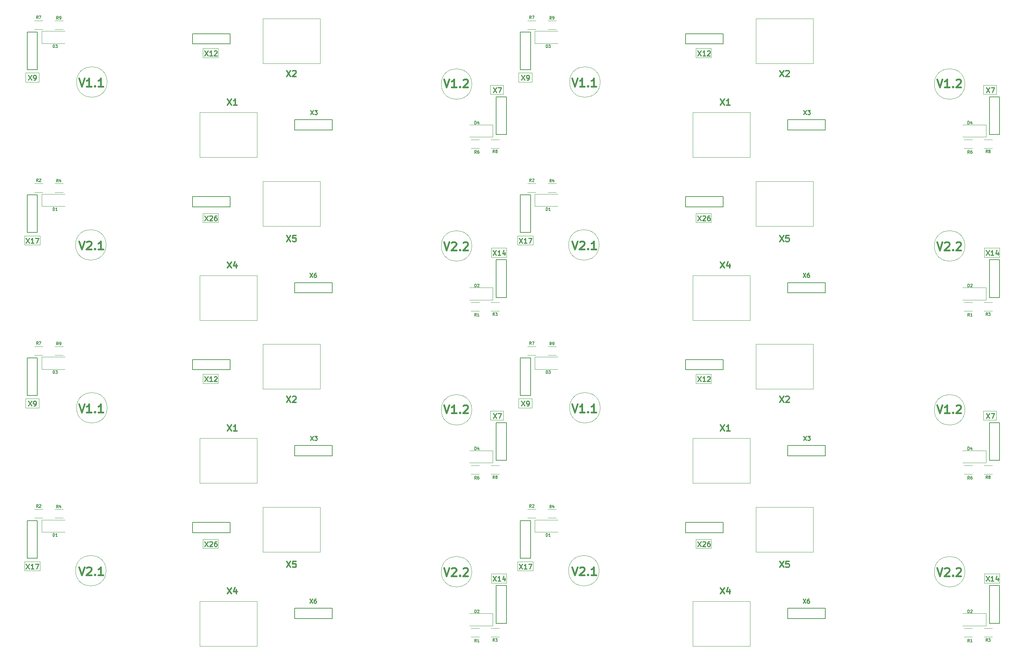
<source format=gbr>
G04 #@! TF.GenerationSoftware,KiCad,Pcbnew,(5.0.0)*
G04 #@! TF.CreationDate,2019-02-08T13:36:19+02:00*
G04 #@! TF.ProjectId,tp_x2_EKA_PnP,74705F78325F454B415F506E502E6B69,3*
G04 #@! TF.SameCoordinates,Original*
G04 #@! TF.FileFunction,Legend,Top*
G04 #@! TF.FilePolarity,Positive*
%FSLAX46Y46*%
G04 Gerber Fmt 4.6, Leading zero omitted, Abs format (unit mm)*
G04 Created by KiCad (PCBNEW (5.0.0)) date 02/08/19 13:36:19*
%MOMM*%
%LPD*%
G01*
G04 APERTURE LIST*
%ADD10C,0.100000*%
%ADD11C,0.120000*%
%ADD12C,0.150000*%
%ADD13C,0.300000*%
%ADD14C,0.250000*%
%ADD15C,0.400000*%
G04 APERTURE END LIST*
D10*
X333000000Y-197500000D02*
X333000000Y-195250000D01*
X218750000Y-154500000D02*
X218750000Y-152250000D01*
X332750000Y-157500000D02*
X332750000Y-155250000D01*
X222250000Y-192250000D02*
X222250000Y-194500000D01*
X336750000Y-197500000D02*
X333000000Y-197500000D01*
X333000000Y-195250000D02*
X336750000Y-195250000D01*
X218750000Y-152250000D02*
X222000000Y-152250000D01*
X238500000Y-194500000D02*
G75*
G03X238500000Y-194500000I-3750000J0D01*
G01*
X266000000Y-189000000D02*
X262250000Y-189000000D01*
X328250000Y-155000000D02*
G75*
G03X328250000Y-155000000I-3750000J0D01*
G01*
X262250000Y-189000000D02*
X262250000Y-186750000D01*
X262250000Y-148500000D02*
X262250000Y-146250000D01*
X218500000Y-194500000D02*
X218500000Y-192250000D01*
X266000000Y-148500000D02*
X262250000Y-148500000D01*
X332750000Y-155250000D02*
X336000000Y-155250000D01*
X336000000Y-157500000D02*
X332750000Y-157500000D01*
X222000000Y-154500000D02*
X218750000Y-154500000D01*
X218500000Y-192250000D02*
X222250000Y-192250000D01*
X262250000Y-186750000D02*
X266000000Y-186750000D01*
X336000000Y-155250000D02*
X336000000Y-157500000D01*
X238750000Y-154500000D02*
G75*
G03X238750000Y-154500000I-3750000J0D01*
G01*
X266000000Y-146250000D02*
X266000000Y-148500000D01*
X262250000Y-146250000D02*
X266000000Y-146250000D01*
X222250000Y-194500000D02*
X218500000Y-194500000D01*
X222000000Y-152250000D02*
X222000000Y-154500000D01*
X328250000Y-194750000D02*
G75*
G03X328250000Y-194750000I-3750000J0D01*
G01*
X266000000Y-186750000D02*
X266000000Y-189000000D01*
X336750000Y-195250000D02*
X336750000Y-197500000D01*
X97750000Y-154500000D02*
X97750000Y-152250000D01*
X101250000Y-194500000D02*
X97500000Y-194500000D01*
X215000000Y-155250000D02*
X215000000Y-157500000D01*
X211750000Y-157500000D02*
X211750000Y-155250000D01*
X211750000Y-155250000D02*
X215000000Y-155250000D01*
X212000000Y-195250000D02*
X215750000Y-195250000D01*
X215000000Y-157500000D02*
X211750000Y-157500000D01*
X117750000Y-154500000D02*
G75*
G03X117750000Y-154500000I-3750000J0D01*
G01*
X97500000Y-194500000D02*
X97500000Y-192250000D01*
X212000000Y-197500000D02*
X212000000Y-195250000D01*
X215750000Y-195250000D02*
X215750000Y-197500000D01*
X97750000Y-152250000D02*
X101000000Y-152250000D01*
X101000000Y-154500000D02*
X97750000Y-154500000D01*
X101250000Y-192250000D02*
X101250000Y-194500000D01*
X215750000Y-197500000D02*
X212000000Y-197500000D01*
X101000000Y-152250000D02*
X101000000Y-154500000D01*
X97500000Y-192250000D02*
X101250000Y-192250000D01*
X117500000Y-194500000D02*
G75*
G03X117500000Y-194500000I-3750000J0D01*
G01*
X145000000Y-186750000D02*
X145000000Y-189000000D01*
X145000000Y-189000000D02*
X141250000Y-189000000D01*
X207250000Y-155000000D02*
G75*
G03X207250000Y-155000000I-3750000J0D01*
G01*
X141250000Y-189000000D02*
X141250000Y-186750000D01*
X141250000Y-148500000D02*
X141250000Y-146250000D01*
X141250000Y-146250000D02*
X145000000Y-146250000D01*
X141250000Y-186750000D02*
X145000000Y-186750000D01*
X145000000Y-146250000D02*
X145000000Y-148500000D01*
X207250000Y-194750000D02*
G75*
G03X207250000Y-194750000I-3750000J0D01*
G01*
X145000000Y-148500000D02*
X141250000Y-148500000D01*
X218750000Y-74500000D02*
X218750000Y-72250000D01*
X222250000Y-114500000D02*
X218500000Y-114500000D01*
X336000000Y-75250000D02*
X336000000Y-77500000D01*
X332750000Y-77500000D02*
X332750000Y-75250000D01*
X332750000Y-75250000D02*
X336000000Y-75250000D01*
X333000000Y-115250000D02*
X336750000Y-115250000D01*
X336000000Y-77500000D02*
X332750000Y-77500000D01*
X238750000Y-74500000D02*
G75*
G03X238750000Y-74500000I-3750000J0D01*
G01*
X218500000Y-114500000D02*
X218500000Y-112250000D01*
X333000000Y-117500000D02*
X333000000Y-115250000D01*
X336750000Y-115250000D02*
X336750000Y-117500000D01*
X218750000Y-72250000D02*
X222000000Y-72250000D01*
X222000000Y-74500000D02*
X218750000Y-74500000D01*
X222250000Y-112250000D02*
X222250000Y-114500000D01*
X336750000Y-117500000D02*
X333000000Y-117500000D01*
X222000000Y-72250000D02*
X222000000Y-74500000D01*
X218500000Y-112250000D02*
X222250000Y-112250000D01*
X238500000Y-114500000D02*
G75*
G03X238500000Y-114500000I-3750000J0D01*
G01*
X266000000Y-106750000D02*
X266000000Y-109000000D01*
X266000000Y-109000000D02*
X262250000Y-109000000D01*
X328250000Y-75000000D02*
G75*
G03X328250000Y-75000000I-3750000J0D01*
G01*
X262250000Y-109000000D02*
X262250000Y-106750000D01*
X262250000Y-68500000D02*
X262250000Y-66250000D01*
X262250000Y-66250000D02*
X266000000Y-66250000D01*
X262250000Y-106750000D02*
X266000000Y-106750000D01*
X266000000Y-66250000D02*
X266000000Y-68500000D01*
X328250000Y-114750000D02*
G75*
G03X328250000Y-114750000I-3750000J0D01*
G01*
X266000000Y-68500000D02*
X262250000Y-68500000D01*
X145000000Y-66250000D02*
X145000000Y-68500000D01*
X141250000Y-68500000D02*
X141250000Y-66250000D01*
X141250000Y-66250000D02*
X145000000Y-66250000D01*
X145000000Y-68500000D02*
X141250000Y-68500000D01*
X145000000Y-106750000D02*
X145000000Y-109000000D01*
X141250000Y-106750000D02*
X145000000Y-106750000D01*
X141250000Y-109000000D02*
X141250000Y-106750000D01*
X145000000Y-109000000D02*
X141250000Y-109000000D01*
X117500000Y-114500000D02*
G75*
G03X117500000Y-114500000I-3750000J0D01*
G01*
X207250000Y-114750000D02*
G75*
G03X207250000Y-114750000I-3750000J0D01*
G01*
X207250000Y-75000000D02*
G75*
G03X207250000Y-75000000I-3750000J0D01*
G01*
X117750000Y-74500000D02*
G75*
G03X117750000Y-74500000I-3750000J0D01*
G01*
X215750000Y-115250000D02*
X215750000Y-117500000D01*
X212000000Y-115250000D02*
X215750000Y-115250000D01*
X212000000Y-117500000D02*
X212000000Y-115250000D01*
X215750000Y-117500000D02*
X212000000Y-117500000D01*
X211750000Y-77500000D02*
X211750000Y-75250000D01*
X215000000Y-75250000D02*
X215000000Y-77500000D01*
X215000000Y-77500000D02*
X211750000Y-77500000D01*
X211750000Y-75250000D02*
X215000000Y-75250000D01*
X97500000Y-114500000D02*
X97500000Y-112250000D01*
X101250000Y-112250000D02*
X101250000Y-114500000D01*
X101250000Y-114500000D02*
X97500000Y-114500000D01*
X97500000Y-112250000D02*
X101250000Y-112250000D01*
X97750000Y-74500000D02*
X97750000Y-72250000D01*
X101000000Y-74500000D02*
X97750000Y-74500000D01*
X101000000Y-72250000D02*
X101000000Y-74500000D01*
X97750000Y-72250000D02*
X101000000Y-72250000D01*
D11*
G04 #@! TO.C,R4*
X106950000Y-181570000D02*
X104950000Y-181570000D01*
X104950000Y-179430000D02*
X106950000Y-179430000D01*
G04 #@! TO.C,R3*
X211950000Y-208630000D02*
X213950000Y-208630000D01*
X213950000Y-210770000D02*
X211950000Y-210770000D01*
G04 #@! TO.C,R2*
X99950000Y-179430000D02*
X101950000Y-179430000D01*
X101950000Y-181570000D02*
X99950000Y-181570000D01*
G04 #@! TO.C,D1*
X101700000Y-185000000D02*
X107400000Y-185000000D01*
X101700000Y-182000000D02*
X101700000Y-185000000D01*
X107400000Y-182000000D02*
X101700000Y-182000000D01*
D10*
G04 #@! TO.C,X4*
X140500000Y-213000000D02*
X140500000Y-202000000D01*
X154500000Y-213000000D02*
X140500000Y-213000000D01*
X154500000Y-202000000D02*
X154500000Y-213000000D01*
X140500000Y-202000000D02*
X154500000Y-202000000D01*
G04 #@! TO.C,X5*
X156000000Y-178900000D02*
X170000000Y-178900000D01*
X170000000Y-178900000D02*
X170000000Y-189900000D01*
X170000000Y-189900000D02*
X156000000Y-189900000D01*
X156000000Y-189900000D02*
X156000000Y-178900000D01*
D12*
G04 #@! TO.C,X17*
X98150000Y-191460000D02*
X98150000Y-182210000D01*
X98150000Y-182210000D02*
X100650000Y-182210000D01*
X100650000Y-182210000D02*
X100650000Y-191460000D01*
X100650000Y-191460000D02*
X98150000Y-191460000D01*
D11*
G04 #@! TO.C,R1*
X209050000Y-210770000D02*
X207050000Y-210770000D01*
X207050000Y-208630000D02*
X209050000Y-208630000D01*
G04 #@! TO.C,R4*
X225950000Y-179430000D02*
X227950000Y-179430000D01*
X227950000Y-181570000D02*
X225950000Y-181570000D01*
G04 #@! TO.C,D1*
X228400000Y-182000000D02*
X222700000Y-182000000D01*
X222700000Y-182000000D02*
X222700000Y-185000000D01*
X222700000Y-185000000D02*
X228400000Y-185000000D01*
G04 #@! TO.C,R1*
X328050000Y-208630000D02*
X330050000Y-208630000D01*
X330050000Y-210770000D02*
X328050000Y-210770000D01*
G04 #@! TO.C,R3*
X334950000Y-210770000D02*
X332950000Y-210770000D01*
X332950000Y-208630000D02*
X334950000Y-208630000D01*
D12*
G04 #@! TO.C,X17*
X221650000Y-191460000D02*
X219150000Y-191460000D01*
X221650000Y-182210000D02*
X221650000Y-191460000D01*
X219150000Y-182210000D02*
X221650000Y-182210000D01*
X219150000Y-191460000D02*
X219150000Y-182210000D01*
D10*
G04 #@! TO.C,X5*
X277000000Y-189900000D02*
X277000000Y-178900000D01*
X291000000Y-189900000D02*
X277000000Y-189900000D01*
X291000000Y-178900000D02*
X291000000Y-189900000D01*
X277000000Y-178900000D02*
X291000000Y-178900000D01*
D11*
G04 #@! TO.C,R2*
X222950000Y-181570000D02*
X220950000Y-181570000D01*
X220950000Y-179430000D02*
X222950000Y-179430000D01*
D10*
G04 #@! TO.C,X4*
X261500000Y-202000000D02*
X275500000Y-202000000D01*
X275500000Y-202000000D02*
X275500000Y-213000000D01*
X275500000Y-213000000D02*
X261500000Y-213000000D01*
X261500000Y-213000000D02*
X261500000Y-202000000D01*
D11*
G04 #@! TO.C,D2*
X333400000Y-205000000D02*
X327700000Y-205000000D01*
X333400000Y-208000000D02*
X333400000Y-205000000D01*
X327700000Y-208000000D02*
X333400000Y-208000000D01*
D10*
G04 #@! TO.C,X2*
X277000000Y-138900000D02*
X291000000Y-138900000D01*
X291000000Y-138900000D02*
X291000000Y-149900000D01*
X291000000Y-149900000D02*
X277000000Y-149900000D01*
X277000000Y-149900000D02*
X277000000Y-138900000D01*
D12*
G04 #@! TO.C,X6*
X294000000Y-203750000D02*
X294000000Y-206250000D01*
X284750000Y-203750000D02*
X294000000Y-203750000D01*
X284750000Y-206250000D02*
X284750000Y-203750000D01*
X294000000Y-206250000D02*
X284750000Y-206250000D01*
D11*
G04 #@! TO.C,D3*
X222700000Y-145000000D02*
X228400000Y-145000000D01*
X222700000Y-142000000D02*
X222700000Y-145000000D01*
X228400000Y-142000000D02*
X222700000Y-142000000D01*
G04 #@! TO.C,R7*
X220950000Y-139430000D02*
X222950000Y-139430000D01*
X222950000Y-141570000D02*
X220950000Y-141570000D01*
D12*
G04 #@! TO.C,X7*
X336750000Y-167400000D02*
X334250000Y-167400000D01*
X336750000Y-158150000D02*
X336750000Y-167400000D01*
X334250000Y-158150000D02*
X336750000Y-158150000D01*
X334250000Y-167400000D02*
X334250000Y-158150000D01*
G04 #@! TO.C,X3*
X294000000Y-166250000D02*
X284750000Y-166250000D01*
X284750000Y-166250000D02*
X284750000Y-163750000D01*
X284750000Y-163750000D02*
X294000000Y-163750000D01*
X294000000Y-163750000D02*
X294000000Y-166250000D01*
D11*
G04 #@! TO.C,R6*
X330050000Y-170770000D02*
X328050000Y-170770000D01*
X328050000Y-168630000D02*
X330050000Y-168630000D01*
G04 #@! TO.C,R8*
X332950000Y-168630000D02*
X334950000Y-168630000D01*
X334950000Y-170770000D02*
X332950000Y-170770000D01*
D12*
G04 #@! TO.C,X9*
X219150000Y-151460000D02*
X219150000Y-142210000D01*
X219150000Y-142210000D02*
X221650000Y-142210000D01*
X221650000Y-142210000D02*
X221650000Y-151460000D01*
X221650000Y-151460000D02*
X219150000Y-151460000D01*
D10*
G04 #@! TO.C,X1*
X261500000Y-173000000D02*
X261500000Y-162000000D01*
X275500000Y-173000000D02*
X261500000Y-173000000D01*
X275500000Y-162000000D02*
X275500000Y-173000000D01*
X261500000Y-162000000D02*
X275500000Y-162000000D01*
D12*
G04 #@! TO.C,X12*
X259700000Y-142650000D02*
X268950000Y-142650000D01*
X268950000Y-142650000D02*
X268950000Y-145150000D01*
X268950000Y-145150000D02*
X259700000Y-145150000D01*
X259700000Y-145150000D02*
X259700000Y-142650000D01*
D11*
G04 #@! TO.C,D4*
X327700000Y-168000000D02*
X333400000Y-168000000D01*
X333400000Y-168000000D02*
X333400000Y-165000000D01*
X333400000Y-165000000D02*
X327700000Y-165000000D01*
G04 #@! TO.C,R9*
X227950000Y-141570000D02*
X225950000Y-141570000D01*
X225950000Y-139430000D02*
X227950000Y-139430000D01*
D12*
G04 #@! TO.C,X26*
X259700000Y-185150000D02*
X259700000Y-182650000D01*
X268950000Y-185150000D02*
X259700000Y-185150000D01*
X268950000Y-182650000D02*
X268950000Y-185150000D01*
X259700000Y-182650000D02*
X268950000Y-182650000D01*
D11*
G04 #@! TO.C,R9*
X104950000Y-139430000D02*
X106950000Y-139430000D01*
X106950000Y-141570000D02*
X104950000Y-141570000D01*
G04 #@! TO.C,R7*
X101950000Y-141570000D02*
X99950000Y-141570000D01*
X99950000Y-139430000D02*
X101950000Y-139430000D01*
G04 #@! TO.C,R6*
X207050000Y-168630000D02*
X209050000Y-168630000D01*
X209050000Y-170770000D02*
X207050000Y-170770000D01*
G04 #@! TO.C,R8*
X213950000Y-170770000D02*
X211950000Y-170770000D01*
X211950000Y-168630000D02*
X213950000Y-168630000D01*
D12*
G04 #@! TO.C,X12*
X138700000Y-145150000D02*
X138700000Y-142650000D01*
X147950000Y-145150000D02*
X138700000Y-145150000D01*
X147950000Y-142650000D02*
X147950000Y-145150000D01*
X138700000Y-142650000D02*
X147950000Y-142650000D01*
D10*
G04 #@! TO.C,X1*
X140500000Y-162000000D02*
X154500000Y-162000000D01*
X154500000Y-162000000D02*
X154500000Y-173000000D01*
X154500000Y-173000000D02*
X140500000Y-173000000D01*
X140500000Y-173000000D02*
X140500000Y-162000000D01*
D12*
G04 #@! TO.C,X9*
X100650000Y-151460000D02*
X98150000Y-151460000D01*
X100650000Y-142210000D02*
X100650000Y-151460000D01*
X98150000Y-142210000D02*
X100650000Y-142210000D01*
X98150000Y-151460000D02*
X98150000Y-142210000D01*
D11*
G04 #@! TO.C,D3*
X107400000Y-142000000D02*
X101700000Y-142000000D01*
X101700000Y-142000000D02*
X101700000Y-145000000D01*
X101700000Y-145000000D02*
X107400000Y-145000000D01*
G04 #@! TO.C,D4*
X212400000Y-165000000D02*
X206700000Y-165000000D01*
X212400000Y-168000000D02*
X212400000Y-165000000D01*
X206700000Y-168000000D02*
X212400000Y-168000000D01*
D12*
G04 #@! TO.C,X3*
X173000000Y-163750000D02*
X173000000Y-166250000D01*
X163750000Y-163750000D02*
X173000000Y-163750000D01*
X163750000Y-166250000D02*
X163750000Y-163750000D01*
X173000000Y-166250000D02*
X163750000Y-166250000D01*
G04 #@! TO.C,X7*
X213250000Y-167400000D02*
X213250000Y-158150000D01*
X213250000Y-158150000D02*
X215750000Y-158150000D01*
X215750000Y-158150000D02*
X215750000Y-167400000D01*
X215750000Y-167400000D02*
X213250000Y-167400000D01*
D10*
G04 #@! TO.C,X2*
X156000000Y-149900000D02*
X156000000Y-138900000D01*
X170000000Y-149900000D02*
X156000000Y-149900000D01*
X170000000Y-138900000D02*
X170000000Y-149900000D01*
X156000000Y-138900000D02*
X170000000Y-138900000D01*
D12*
G04 #@! TO.C,X14*
X334250000Y-207400000D02*
X334250000Y-198150000D01*
X334250000Y-198150000D02*
X336750000Y-198150000D01*
X336750000Y-198150000D02*
X336750000Y-207400000D01*
X336750000Y-207400000D02*
X334250000Y-207400000D01*
D11*
G04 #@! TO.C,D2*
X206700000Y-208000000D02*
X212400000Y-208000000D01*
X212400000Y-208000000D02*
X212400000Y-205000000D01*
X212400000Y-205000000D02*
X206700000Y-205000000D01*
D12*
G04 #@! TO.C,X6*
X173000000Y-206250000D02*
X163750000Y-206250000D01*
X163750000Y-206250000D02*
X163750000Y-203750000D01*
X163750000Y-203750000D02*
X173000000Y-203750000D01*
X173000000Y-203750000D02*
X173000000Y-206250000D01*
G04 #@! TO.C,X14*
X215750000Y-207400000D02*
X213250000Y-207400000D01*
X215750000Y-198150000D02*
X215750000Y-207400000D01*
X213250000Y-198150000D02*
X215750000Y-198150000D01*
X213250000Y-207400000D02*
X213250000Y-198150000D01*
G04 #@! TO.C,X26*
X138700000Y-182650000D02*
X147950000Y-182650000D01*
X147950000Y-182650000D02*
X147950000Y-185150000D01*
X147950000Y-185150000D02*
X138700000Y-185150000D01*
X138700000Y-185150000D02*
X138700000Y-182650000D01*
D11*
G04 #@! TO.C,R4*
X227950000Y-101570000D02*
X225950000Y-101570000D01*
X225950000Y-99430000D02*
X227950000Y-99430000D01*
G04 #@! TO.C,R3*
X332950000Y-128630000D02*
X334950000Y-128630000D01*
X334950000Y-130770000D02*
X332950000Y-130770000D01*
G04 #@! TO.C,R2*
X220950000Y-99430000D02*
X222950000Y-99430000D01*
X222950000Y-101570000D02*
X220950000Y-101570000D01*
G04 #@! TO.C,D1*
X222700000Y-105000000D02*
X228400000Y-105000000D01*
X222700000Y-102000000D02*
X222700000Y-105000000D01*
X228400000Y-102000000D02*
X222700000Y-102000000D01*
D10*
G04 #@! TO.C,X4*
X261500000Y-133000000D02*
X261500000Y-122000000D01*
X275500000Y-133000000D02*
X261500000Y-133000000D01*
X275500000Y-122000000D02*
X275500000Y-133000000D01*
X261500000Y-122000000D02*
X275500000Y-122000000D01*
G04 #@! TO.C,X5*
X277000000Y-98900000D02*
X291000000Y-98900000D01*
X291000000Y-98900000D02*
X291000000Y-109900000D01*
X291000000Y-109900000D02*
X277000000Y-109900000D01*
X277000000Y-109900000D02*
X277000000Y-98900000D01*
D12*
G04 #@! TO.C,X17*
X219150000Y-111460000D02*
X219150000Y-102210000D01*
X219150000Y-102210000D02*
X221650000Y-102210000D01*
X221650000Y-102210000D02*
X221650000Y-111460000D01*
X221650000Y-111460000D02*
X219150000Y-111460000D01*
D11*
G04 #@! TO.C,R1*
X330050000Y-130770000D02*
X328050000Y-130770000D01*
X328050000Y-128630000D02*
X330050000Y-128630000D01*
G04 #@! TO.C,R9*
X225950000Y-59430000D02*
X227950000Y-59430000D01*
X227950000Y-61570000D02*
X225950000Y-61570000D01*
G04 #@! TO.C,R7*
X222950000Y-61570000D02*
X220950000Y-61570000D01*
X220950000Y-59430000D02*
X222950000Y-59430000D01*
G04 #@! TO.C,R6*
X328050000Y-88630000D02*
X330050000Y-88630000D01*
X330050000Y-90770000D02*
X328050000Y-90770000D01*
G04 #@! TO.C,R8*
X334950000Y-90770000D02*
X332950000Y-90770000D01*
X332950000Y-88630000D02*
X334950000Y-88630000D01*
D12*
G04 #@! TO.C,X12*
X259700000Y-65150000D02*
X259700000Y-62650000D01*
X268950000Y-65150000D02*
X259700000Y-65150000D01*
X268950000Y-62650000D02*
X268950000Y-65150000D01*
X259700000Y-62650000D02*
X268950000Y-62650000D01*
D10*
G04 #@! TO.C,X1*
X261500000Y-82000000D02*
X275500000Y-82000000D01*
X275500000Y-82000000D02*
X275500000Y-93000000D01*
X275500000Y-93000000D02*
X261500000Y-93000000D01*
X261500000Y-93000000D02*
X261500000Y-82000000D01*
D12*
G04 #@! TO.C,X9*
X221650000Y-71460000D02*
X219150000Y-71460000D01*
X221650000Y-62210000D02*
X221650000Y-71460000D01*
X219150000Y-62210000D02*
X221650000Y-62210000D01*
X219150000Y-71460000D02*
X219150000Y-62210000D01*
D11*
G04 #@! TO.C,D3*
X228400000Y-62000000D02*
X222700000Y-62000000D01*
X222700000Y-62000000D02*
X222700000Y-65000000D01*
X222700000Y-65000000D02*
X228400000Y-65000000D01*
G04 #@! TO.C,D4*
X333400000Y-85000000D02*
X327700000Y-85000000D01*
X333400000Y-88000000D02*
X333400000Y-85000000D01*
X327700000Y-88000000D02*
X333400000Y-88000000D01*
D12*
G04 #@! TO.C,X3*
X294000000Y-83750000D02*
X294000000Y-86250000D01*
X284750000Y-83750000D02*
X294000000Y-83750000D01*
X284750000Y-86250000D02*
X284750000Y-83750000D01*
X294000000Y-86250000D02*
X284750000Y-86250000D01*
G04 #@! TO.C,X7*
X334250000Y-87400000D02*
X334250000Y-78150000D01*
X334250000Y-78150000D02*
X336750000Y-78150000D01*
X336750000Y-78150000D02*
X336750000Y-87400000D01*
X336750000Y-87400000D02*
X334250000Y-87400000D01*
D10*
G04 #@! TO.C,X2*
X277000000Y-69900000D02*
X277000000Y-58900000D01*
X291000000Y-69900000D02*
X277000000Y-69900000D01*
X291000000Y-58900000D02*
X291000000Y-69900000D01*
X277000000Y-58900000D02*
X291000000Y-58900000D01*
D11*
G04 #@! TO.C,D2*
X327700000Y-128000000D02*
X333400000Y-128000000D01*
X333400000Y-128000000D02*
X333400000Y-125000000D01*
X333400000Y-125000000D02*
X327700000Y-125000000D01*
D12*
G04 #@! TO.C,X6*
X294000000Y-126250000D02*
X284750000Y-126250000D01*
X284750000Y-126250000D02*
X284750000Y-123750000D01*
X284750000Y-123750000D02*
X294000000Y-123750000D01*
X294000000Y-123750000D02*
X294000000Y-126250000D01*
G04 #@! TO.C,X14*
X336750000Y-127400000D02*
X334250000Y-127400000D01*
X336750000Y-118150000D02*
X336750000Y-127400000D01*
X334250000Y-118150000D02*
X336750000Y-118150000D01*
X334250000Y-127400000D02*
X334250000Y-118150000D01*
G04 #@! TO.C,X26*
X259700000Y-102650000D02*
X268950000Y-102650000D01*
X268950000Y-102650000D02*
X268950000Y-105150000D01*
X268950000Y-105150000D02*
X259700000Y-105150000D01*
X259700000Y-105150000D02*
X259700000Y-102650000D01*
D11*
G04 #@! TO.C,D2*
X212400000Y-125000000D02*
X206700000Y-125000000D01*
X212400000Y-128000000D02*
X212400000Y-125000000D01*
X206700000Y-128000000D02*
X212400000Y-128000000D01*
D12*
G04 #@! TO.C,X14*
X213250000Y-127400000D02*
X213250000Y-118150000D01*
X213250000Y-118150000D02*
X215750000Y-118150000D01*
X215750000Y-118150000D02*
X215750000Y-127400000D01*
X215750000Y-127400000D02*
X213250000Y-127400000D01*
G04 #@! TO.C,X26*
X138700000Y-105150000D02*
X138700000Y-102650000D01*
X147950000Y-105150000D02*
X138700000Y-105150000D01*
X147950000Y-102650000D02*
X147950000Y-105150000D01*
X138700000Y-102650000D02*
X147950000Y-102650000D01*
G04 #@! TO.C,X6*
X173000000Y-123750000D02*
X173000000Y-126250000D01*
X163750000Y-123750000D02*
X173000000Y-123750000D01*
X163750000Y-126250000D02*
X163750000Y-123750000D01*
X173000000Y-126250000D02*
X163750000Y-126250000D01*
G04 #@! TO.C,X17*
X100650000Y-111460000D02*
X98150000Y-111460000D01*
X100650000Y-102210000D02*
X100650000Y-111460000D01*
X98150000Y-102210000D02*
X100650000Y-102210000D01*
X98150000Y-111460000D02*
X98150000Y-102210000D01*
D11*
G04 #@! TO.C,R1*
X207050000Y-128630000D02*
X209050000Y-128630000D01*
X209050000Y-130770000D02*
X207050000Y-130770000D01*
D10*
G04 #@! TO.C,X5*
X156000000Y-109900000D02*
X156000000Y-98900000D01*
X170000000Y-109900000D02*
X156000000Y-109900000D01*
X170000000Y-98900000D02*
X170000000Y-109900000D01*
X156000000Y-98900000D02*
X170000000Y-98900000D01*
G04 #@! TO.C,X4*
X140500000Y-122000000D02*
X154500000Y-122000000D01*
X154500000Y-122000000D02*
X154500000Y-133000000D01*
X154500000Y-133000000D02*
X140500000Y-133000000D01*
X140500000Y-133000000D02*
X140500000Y-122000000D01*
D11*
G04 #@! TO.C,R4*
X104950000Y-99430000D02*
X106950000Y-99430000D01*
X106950000Y-101570000D02*
X104950000Y-101570000D01*
G04 #@! TO.C,D1*
X107400000Y-102000000D02*
X101700000Y-102000000D01*
X101700000Y-102000000D02*
X101700000Y-105000000D01*
X101700000Y-105000000D02*
X107400000Y-105000000D01*
G04 #@! TO.C,R2*
X101950000Y-101570000D02*
X99950000Y-101570000D01*
X99950000Y-99430000D02*
X101950000Y-99430000D01*
G04 #@! TO.C,R3*
X213950000Y-130770000D02*
X211950000Y-130770000D01*
X211950000Y-128630000D02*
X213950000Y-128630000D01*
D12*
G04 #@! TO.C,X3*
X173000000Y-86250000D02*
X163750000Y-86250000D01*
X163750000Y-86250000D02*
X163750000Y-83750000D01*
X163750000Y-83750000D02*
X173000000Y-83750000D01*
X173000000Y-83750000D02*
X173000000Y-86250000D01*
D11*
G04 #@! TO.C,D4*
X206700000Y-88000000D02*
X212400000Y-88000000D01*
X212400000Y-88000000D02*
X212400000Y-85000000D01*
X212400000Y-85000000D02*
X206700000Y-85000000D01*
D12*
G04 #@! TO.C,X7*
X215750000Y-87400000D02*
X213250000Y-87400000D01*
X215750000Y-78150000D02*
X215750000Y-87400000D01*
X213250000Y-78150000D02*
X215750000Y-78150000D01*
X213250000Y-87400000D02*
X213250000Y-78150000D01*
G04 #@! TO.C,X12*
X138700000Y-62650000D02*
X147950000Y-62650000D01*
X147950000Y-62650000D02*
X147950000Y-65150000D01*
X147950000Y-65150000D02*
X138700000Y-65150000D01*
X138700000Y-65150000D02*
X138700000Y-62650000D01*
D11*
G04 #@! TO.C,D3*
X101700000Y-65000000D02*
X107400000Y-65000000D01*
X101700000Y-62000000D02*
X101700000Y-65000000D01*
X107400000Y-62000000D02*
X101700000Y-62000000D01*
G04 #@! TO.C,R6*
X209050000Y-90770000D02*
X207050000Y-90770000D01*
X207050000Y-88630000D02*
X209050000Y-88630000D01*
G04 #@! TO.C,R8*
X211950000Y-88630000D02*
X213950000Y-88630000D01*
X213950000Y-90770000D02*
X211950000Y-90770000D01*
G04 #@! TO.C,R7*
X99950000Y-59430000D02*
X101950000Y-59430000D01*
X101950000Y-61570000D02*
X99950000Y-61570000D01*
G04 #@! TO.C,R9*
X106950000Y-61570000D02*
X104950000Y-61570000D01*
X104950000Y-59430000D02*
X106950000Y-59430000D01*
D12*
G04 #@! TO.C,X9*
X98150000Y-71460000D02*
X98150000Y-62210000D01*
X98150000Y-62210000D02*
X100650000Y-62210000D01*
X100650000Y-62210000D02*
X100650000Y-71460000D01*
X100650000Y-71460000D02*
X98150000Y-71460000D01*
D10*
G04 #@! TO.C,X1*
X140500000Y-93000000D02*
X140500000Y-82000000D01*
X154500000Y-93000000D02*
X140500000Y-93000000D01*
X154500000Y-82000000D02*
X154500000Y-93000000D01*
X140500000Y-82000000D02*
X154500000Y-82000000D01*
G04 #@! TO.C,X2*
X156000000Y-58900000D02*
X170000000Y-58900000D01*
X170000000Y-58900000D02*
X170000000Y-69900000D01*
X170000000Y-69900000D02*
X156000000Y-69900000D01*
X156000000Y-69900000D02*
X156000000Y-58900000D01*
G04 #@! TO.C,R4*
D12*
X105783333Y-179066666D02*
X105550000Y-178733333D01*
X105383333Y-179066666D02*
X105383333Y-178366666D01*
X105650000Y-178366666D01*
X105716666Y-178400000D01*
X105750000Y-178433333D01*
X105783333Y-178500000D01*
X105783333Y-178600000D01*
X105750000Y-178666666D01*
X105716666Y-178700000D01*
X105650000Y-178733333D01*
X105383333Y-178733333D01*
X106383333Y-178600000D02*
X106383333Y-179066666D01*
X106216666Y-178333333D02*
X106050000Y-178833333D01*
X106483333Y-178833333D01*
G04 #@! TO.C,R3*
X212833333Y-211866666D02*
X212600000Y-211533333D01*
X212433333Y-211866666D02*
X212433333Y-211166666D01*
X212700000Y-211166666D01*
X212766666Y-211200000D01*
X212800000Y-211233333D01*
X212833333Y-211300000D01*
X212833333Y-211400000D01*
X212800000Y-211466666D01*
X212766666Y-211500000D01*
X212700000Y-211533333D01*
X212433333Y-211533333D01*
X213066666Y-211166666D02*
X213500000Y-211166666D01*
X213266666Y-211433333D01*
X213366666Y-211433333D01*
X213433333Y-211466666D01*
X213466666Y-211500000D01*
X213500000Y-211566666D01*
X213500000Y-211733333D01*
X213466666Y-211800000D01*
X213433333Y-211833333D01*
X213366666Y-211866666D01*
X213166666Y-211866666D01*
X213100000Y-211833333D01*
X213066666Y-211800000D01*
G04 #@! TO.C,R2*
X100833333Y-178966666D02*
X100600000Y-178633333D01*
X100433333Y-178966666D02*
X100433333Y-178266666D01*
X100700000Y-178266666D01*
X100766666Y-178300000D01*
X100800000Y-178333333D01*
X100833333Y-178400000D01*
X100833333Y-178500000D01*
X100800000Y-178566666D01*
X100766666Y-178600000D01*
X100700000Y-178633333D01*
X100433333Y-178633333D01*
X101100000Y-178333333D02*
X101133333Y-178300000D01*
X101200000Y-178266666D01*
X101366666Y-178266666D01*
X101433333Y-178300000D01*
X101466666Y-178333333D01*
X101500000Y-178400000D01*
X101500000Y-178466666D01*
X101466666Y-178566666D01*
X101066666Y-178966666D01*
X101500000Y-178966666D01*
G04 #@! TO.C,D1*
X104483333Y-186066666D02*
X104483333Y-185366666D01*
X104650000Y-185366666D01*
X104750000Y-185400000D01*
X104816666Y-185466666D01*
X104850000Y-185533333D01*
X104883333Y-185666666D01*
X104883333Y-185766666D01*
X104850000Y-185900000D01*
X104816666Y-185966666D01*
X104750000Y-186033333D01*
X104650000Y-186066666D01*
X104483333Y-186066666D01*
X105550000Y-186066666D02*
X105150000Y-186066666D01*
X105350000Y-186066666D02*
X105350000Y-185366666D01*
X105283333Y-185466666D01*
X105216666Y-185533333D01*
X105150000Y-185566666D01*
G04 #@! TO.C,X4*
D13*
X147285714Y-198678571D02*
X148285714Y-200178571D01*
X148285714Y-198678571D02*
X147285714Y-200178571D01*
X149500000Y-199178571D02*
X149500000Y-200178571D01*
X149142857Y-198607142D02*
X148785714Y-199678571D01*
X149714285Y-199678571D01*
G04 #@! TO.C,X5*
X161785714Y-192178571D02*
X162785714Y-193678571D01*
X162785714Y-192178571D02*
X161785714Y-193678571D01*
X164071428Y-192178571D02*
X163357142Y-192178571D01*
X163285714Y-192892857D01*
X163357142Y-192821428D01*
X163500000Y-192750000D01*
X163857142Y-192750000D01*
X164000000Y-192821428D01*
X164071428Y-192892857D01*
X164142857Y-193035714D01*
X164142857Y-193392857D01*
X164071428Y-193535714D01*
X164000000Y-193607142D01*
X163857142Y-193678571D01*
X163500000Y-193678571D01*
X163357142Y-193607142D01*
X163285714Y-193535714D01*
G04 #@! TO.C,X17*
D14*
X97857142Y-192842857D02*
X98657142Y-194042857D01*
X98657142Y-192842857D02*
X97857142Y-194042857D01*
X99742857Y-194042857D02*
X99057142Y-194042857D01*
X99400000Y-194042857D02*
X99400000Y-192842857D01*
X99285714Y-193014285D01*
X99171428Y-193128571D01*
X99057142Y-193185714D01*
X100142857Y-192842857D02*
X100942857Y-192842857D01*
X100428571Y-194042857D01*
G04 #@! TO.C,R1*
D12*
X208383333Y-212016666D02*
X208150000Y-211683333D01*
X207983333Y-212016666D02*
X207983333Y-211316666D01*
X208250000Y-211316666D01*
X208316666Y-211350000D01*
X208350000Y-211383333D01*
X208383333Y-211450000D01*
X208383333Y-211550000D01*
X208350000Y-211616666D01*
X208316666Y-211650000D01*
X208250000Y-211683333D01*
X207983333Y-211683333D01*
X209050000Y-212016666D02*
X208650000Y-212016666D01*
X208850000Y-212016666D02*
X208850000Y-211316666D01*
X208783333Y-211416666D01*
X208716666Y-211483333D01*
X208650000Y-211516666D01*
G04 #@! TO.C,R4*
X226783333Y-179066666D02*
X226550000Y-178733333D01*
X226383333Y-179066666D02*
X226383333Y-178366666D01*
X226650000Y-178366666D01*
X226716666Y-178400000D01*
X226750000Y-178433333D01*
X226783333Y-178500000D01*
X226783333Y-178600000D01*
X226750000Y-178666666D01*
X226716666Y-178700000D01*
X226650000Y-178733333D01*
X226383333Y-178733333D01*
X227383333Y-178600000D02*
X227383333Y-179066666D01*
X227216666Y-178333333D02*
X227050000Y-178833333D01*
X227483333Y-178833333D01*
G04 #@! TO.C,D1*
X225483333Y-186066666D02*
X225483333Y-185366666D01*
X225650000Y-185366666D01*
X225750000Y-185400000D01*
X225816666Y-185466666D01*
X225850000Y-185533333D01*
X225883333Y-185666666D01*
X225883333Y-185766666D01*
X225850000Y-185900000D01*
X225816666Y-185966666D01*
X225750000Y-186033333D01*
X225650000Y-186066666D01*
X225483333Y-186066666D01*
X226550000Y-186066666D02*
X226150000Y-186066666D01*
X226350000Y-186066666D02*
X226350000Y-185366666D01*
X226283333Y-185466666D01*
X226216666Y-185533333D01*
X226150000Y-185566666D01*
G04 #@! TO.C,R1*
X329383333Y-212016666D02*
X329150000Y-211683333D01*
X328983333Y-212016666D02*
X328983333Y-211316666D01*
X329250000Y-211316666D01*
X329316666Y-211350000D01*
X329350000Y-211383333D01*
X329383333Y-211450000D01*
X329383333Y-211550000D01*
X329350000Y-211616666D01*
X329316666Y-211650000D01*
X329250000Y-211683333D01*
X328983333Y-211683333D01*
X330050000Y-212016666D02*
X329650000Y-212016666D01*
X329850000Y-212016666D02*
X329850000Y-211316666D01*
X329783333Y-211416666D01*
X329716666Y-211483333D01*
X329650000Y-211516666D01*
G04 #@! TO.C,R3*
X333833333Y-211866666D02*
X333600000Y-211533333D01*
X333433333Y-211866666D02*
X333433333Y-211166666D01*
X333700000Y-211166666D01*
X333766666Y-211200000D01*
X333800000Y-211233333D01*
X333833333Y-211300000D01*
X333833333Y-211400000D01*
X333800000Y-211466666D01*
X333766666Y-211500000D01*
X333700000Y-211533333D01*
X333433333Y-211533333D01*
X334066666Y-211166666D02*
X334500000Y-211166666D01*
X334266666Y-211433333D01*
X334366666Y-211433333D01*
X334433333Y-211466666D01*
X334466666Y-211500000D01*
X334500000Y-211566666D01*
X334500000Y-211733333D01*
X334466666Y-211800000D01*
X334433333Y-211833333D01*
X334366666Y-211866666D01*
X334166666Y-211866666D01*
X334100000Y-211833333D01*
X334066666Y-211800000D01*
G04 #@! TO.C,X17*
D14*
X218857142Y-192842857D02*
X219657142Y-194042857D01*
X219657142Y-192842857D02*
X218857142Y-194042857D01*
X220742857Y-194042857D02*
X220057142Y-194042857D01*
X220400000Y-194042857D02*
X220400000Y-192842857D01*
X220285714Y-193014285D01*
X220171428Y-193128571D01*
X220057142Y-193185714D01*
X221142857Y-192842857D02*
X221942857Y-192842857D01*
X221428571Y-194042857D01*
G04 #@! TO.C,X5*
D13*
X282785714Y-192178571D02*
X283785714Y-193678571D01*
X283785714Y-192178571D02*
X282785714Y-193678571D01*
X285071428Y-192178571D02*
X284357142Y-192178571D01*
X284285714Y-192892857D01*
X284357142Y-192821428D01*
X284500000Y-192750000D01*
X284857142Y-192750000D01*
X285000000Y-192821428D01*
X285071428Y-192892857D01*
X285142857Y-193035714D01*
X285142857Y-193392857D01*
X285071428Y-193535714D01*
X285000000Y-193607142D01*
X284857142Y-193678571D01*
X284500000Y-193678571D01*
X284357142Y-193607142D01*
X284285714Y-193535714D01*
G04 #@! TO.C,R2*
D12*
X221833333Y-178966666D02*
X221600000Y-178633333D01*
X221433333Y-178966666D02*
X221433333Y-178266666D01*
X221700000Y-178266666D01*
X221766666Y-178300000D01*
X221800000Y-178333333D01*
X221833333Y-178400000D01*
X221833333Y-178500000D01*
X221800000Y-178566666D01*
X221766666Y-178600000D01*
X221700000Y-178633333D01*
X221433333Y-178633333D01*
X222100000Y-178333333D02*
X222133333Y-178300000D01*
X222200000Y-178266666D01*
X222366666Y-178266666D01*
X222433333Y-178300000D01*
X222466666Y-178333333D01*
X222500000Y-178400000D01*
X222500000Y-178466666D01*
X222466666Y-178566666D01*
X222066666Y-178966666D01*
X222500000Y-178966666D01*
G04 #@! TO.C,X4*
D13*
X268285714Y-198678571D02*
X269285714Y-200178571D01*
X269285714Y-198678571D02*
X268285714Y-200178571D01*
X270500000Y-199178571D02*
X270500000Y-200178571D01*
X270142857Y-198607142D02*
X269785714Y-199678571D01*
X270714285Y-199678571D01*
G04 #@! TO.C,V2.1*
D15*
X231852380Y-193604761D02*
X232519047Y-195604761D01*
X233185714Y-193604761D01*
X233757142Y-193795238D02*
X233852380Y-193700000D01*
X234042857Y-193604761D01*
X234519047Y-193604761D01*
X234709523Y-193700000D01*
X234804761Y-193795238D01*
X234900000Y-193985714D01*
X234900000Y-194176190D01*
X234804761Y-194461904D01*
X233661904Y-195604761D01*
X234900000Y-195604761D01*
X235757142Y-195414285D02*
X235852380Y-195509523D01*
X235757142Y-195604761D01*
X235661904Y-195509523D01*
X235757142Y-195414285D01*
X235757142Y-195604761D01*
X237757142Y-195604761D02*
X236614285Y-195604761D01*
X237185714Y-195604761D02*
X237185714Y-193604761D01*
X236995238Y-193890476D01*
X236804761Y-194080952D01*
X236614285Y-194176190D01*
G04 #@! TO.C,D2*
D12*
X328983333Y-204816666D02*
X328983333Y-204116666D01*
X329150000Y-204116666D01*
X329250000Y-204150000D01*
X329316666Y-204216666D01*
X329350000Y-204283333D01*
X329383333Y-204416666D01*
X329383333Y-204516666D01*
X329350000Y-204650000D01*
X329316666Y-204716666D01*
X329250000Y-204783333D01*
X329150000Y-204816666D01*
X328983333Y-204816666D01*
X329650000Y-204183333D02*
X329683333Y-204150000D01*
X329750000Y-204116666D01*
X329916666Y-204116666D01*
X329983333Y-204150000D01*
X330016666Y-204183333D01*
X330050000Y-204250000D01*
X330050000Y-204316666D01*
X330016666Y-204416666D01*
X329616666Y-204816666D01*
X330050000Y-204816666D01*
G04 #@! TO.C,X2*
D13*
X282785714Y-151678571D02*
X283785714Y-153178571D01*
X283785714Y-151678571D02*
X282785714Y-153178571D01*
X284285714Y-151821428D02*
X284357142Y-151750000D01*
X284500000Y-151678571D01*
X284857142Y-151678571D01*
X285000000Y-151750000D01*
X285071428Y-151821428D01*
X285142857Y-151964285D01*
X285142857Y-152107142D01*
X285071428Y-152321428D01*
X284214285Y-153178571D01*
X285142857Y-153178571D01*
G04 #@! TO.C,V2.2*
D15*
X321395360Y-193813508D02*
X322062027Y-195813508D01*
X322728694Y-193813508D01*
X323300122Y-194003985D02*
X323395360Y-193908747D01*
X323585837Y-193813508D01*
X324062027Y-193813508D01*
X324252503Y-193908747D01*
X324347741Y-194003985D01*
X324442980Y-194194461D01*
X324442980Y-194384937D01*
X324347741Y-194670651D01*
X323204884Y-195813508D01*
X324442980Y-195813508D01*
X325300122Y-195623032D02*
X325395360Y-195718270D01*
X325300122Y-195813508D01*
X325204884Y-195718270D01*
X325300122Y-195623032D01*
X325300122Y-195813508D01*
X326157265Y-194003985D02*
X326252503Y-193908747D01*
X326442980Y-193813508D01*
X326919170Y-193813508D01*
X327109646Y-193908747D01*
X327204884Y-194003985D01*
X327300122Y-194194461D01*
X327300122Y-194384937D01*
X327204884Y-194670651D01*
X326062027Y-195813508D01*
X327300122Y-195813508D01*
G04 #@! TO.C,X6*
D14*
X288530476Y-201452380D02*
X289197142Y-202452380D01*
X289197142Y-201452380D02*
X288530476Y-202452380D01*
X290006666Y-201452380D02*
X289816190Y-201452380D01*
X289720952Y-201500000D01*
X289673333Y-201547619D01*
X289578095Y-201690476D01*
X289530476Y-201880952D01*
X289530476Y-202261904D01*
X289578095Y-202357142D01*
X289625714Y-202404761D01*
X289720952Y-202452380D01*
X289911428Y-202452380D01*
X290006666Y-202404761D01*
X290054285Y-202357142D01*
X290101904Y-202261904D01*
X290101904Y-202023809D01*
X290054285Y-201928571D01*
X290006666Y-201880952D01*
X289911428Y-201833333D01*
X289720952Y-201833333D01*
X289625714Y-201880952D01*
X289578095Y-201928571D01*
X289530476Y-202023809D01*
G04 #@! TO.C,D3*
D12*
X225483333Y-146066666D02*
X225483333Y-145366666D01*
X225650000Y-145366666D01*
X225750000Y-145400000D01*
X225816666Y-145466666D01*
X225850000Y-145533333D01*
X225883333Y-145666666D01*
X225883333Y-145766666D01*
X225850000Y-145900000D01*
X225816666Y-145966666D01*
X225750000Y-146033333D01*
X225650000Y-146066666D01*
X225483333Y-146066666D01*
X226116666Y-145366666D02*
X226550000Y-145366666D01*
X226316666Y-145633333D01*
X226416666Y-145633333D01*
X226483333Y-145666666D01*
X226516666Y-145700000D01*
X226550000Y-145766666D01*
X226550000Y-145933333D01*
X226516666Y-146000000D01*
X226483333Y-146033333D01*
X226416666Y-146066666D01*
X226216666Y-146066666D01*
X226150000Y-146033333D01*
X226116666Y-146000000D01*
G04 #@! TO.C,R7*
X221833333Y-138966666D02*
X221600000Y-138633333D01*
X221433333Y-138966666D02*
X221433333Y-138266666D01*
X221700000Y-138266666D01*
X221766666Y-138300000D01*
X221800000Y-138333333D01*
X221833333Y-138400000D01*
X221833333Y-138500000D01*
X221800000Y-138566666D01*
X221766666Y-138600000D01*
X221700000Y-138633333D01*
X221433333Y-138633333D01*
X222066666Y-138266666D02*
X222533333Y-138266666D01*
X222233333Y-138966666D01*
G04 #@! TO.C,X7*
D14*
X333528571Y-155842857D02*
X334328571Y-157042857D01*
X334328571Y-155842857D02*
X333528571Y-157042857D01*
X334671428Y-155842857D02*
X335471428Y-155842857D01*
X334957142Y-157042857D01*
G04 #@! TO.C,X3*
X288690476Y-161452380D02*
X289357142Y-162452380D01*
X289357142Y-161452380D02*
X288690476Y-162452380D01*
X289642857Y-161452380D02*
X290261904Y-161452380D01*
X289928571Y-161833333D01*
X290071428Y-161833333D01*
X290166666Y-161880952D01*
X290214285Y-161928571D01*
X290261904Y-162023809D01*
X290261904Y-162261904D01*
X290214285Y-162357142D01*
X290166666Y-162404761D01*
X290071428Y-162452380D01*
X289785714Y-162452380D01*
X289690476Y-162404761D01*
X289642857Y-162357142D01*
G04 #@! TO.C,R6*
D12*
X329383333Y-172016666D02*
X329150000Y-171683333D01*
X328983333Y-172016666D02*
X328983333Y-171316666D01*
X329250000Y-171316666D01*
X329316666Y-171350000D01*
X329350000Y-171383333D01*
X329383333Y-171450000D01*
X329383333Y-171550000D01*
X329350000Y-171616666D01*
X329316666Y-171650000D01*
X329250000Y-171683333D01*
X328983333Y-171683333D01*
X329983333Y-171316666D02*
X329850000Y-171316666D01*
X329783333Y-171350000D01*
X329750000Y-171383333D01*
X329683333Y-171483333D01*
X329650000Y-171616666D01*
X329650000Y-171883333D01*
X329683333Y-171950000D01*
X329716666Y-171983333D01*
X329783333Y-172016666D01*
X329916666Y-172016666D01*
X329983333Y-171983333D01*
X330016666Y-171950000D01*
X330050000Y-171883333D01*
X330050000Y-171716666D01*
X330016666Y-171650000D01*
X329983333Y-171616666D01*
X329916666Y-171583333D01*
X329783333Y-171583333D01*
X329716666Y-171616666D01*
X329683333Y-171650000D01*
X329650000Y-171716666D01*
G04 #@! TO.C,V1.1*
D15*
X231852380Y-153604761D02*
X232519047Y-155604761D01*
X233185714Y-153604761D01*
X234900000Y-155604761D02*
X233757142Y-155604761D01*
X234328571Y-155604761D02*
X234328571Y-153604761D01*
X234138095Y-153890476D01*
X233947619Y-154080952D01*
X233757142Y-154176190D01*
X235757142Y-155414285D02*
X235852380Y-155509523D01*
X235757142Y-155604761D01*
X235661904Y-155509523D01*
X235757142Y-155414285D01*
X235757142Y-155604761D01*
X237757142Y-155604761D02*
X236614285Y-155604761D01*
X237185714Y-155604761D02*
X237185714Y-153604761D01*
X236995238Y-153890476D01*
X236804761Y-154080952D01*
X236614285Y-154176190D01*
G04 #@! TO.C,R8*
D12*
X333833333Y-171866666D02*
X333600000Y-171533333D01*
X333433333Y-171866666D02*
X333433333Y-171166666D01*
X333700000Y-171166666D01*
X333766666Y-171200000D01*
X333800000Y-171233333D01*
X333833333Y-171300000D01*
X333833333Y-171400000D01*
X333800000Y-171466666D01*
X333766666Y-171500000D01*
X333700000Y-171533333D01*
X333433333Y-171533333D01*
X334233333Y-171466666D02*
X334166666Y-171433333D01*
X334133333Y-171400000D01*
X334100000Y-171333333D01*
X334100000Y-171300000D01*
X334133333Y-171233333D01*
X334166666Y-171200000D01*
X334233333Y-171166666D01*
X334366666Y-171166666D01*
X334433333Y-171200000D01*
X334466666Y-171233333D01*
X334500000Y-171300000D01*
X334500000Y-171333333D01*
X334466666Y-171400000D01*
X334433333Y-171433333D01*
X334366666Y-171466666D01*
X334233333Y-171466666D01*
X334166666Y-171500000D01*
X334133333Y-171533333D01*
X334100000Y-171600000D01*
X334100000Y-171733333D01*
X334133333Y-171800000D01*
X334166666Y-171833333D01*
X334233333Y-171866666D01*
X334366666Y-171866666D01*
X334433333Y-171833333D01*
X334466666Y-171800000D01*
X334500000Y-171733333D01*
X334500000Y-171600000D01*
X334466666Y-171533333D01*
X334433333Y-171500000D01*
X334366666Y-171466666D01*
G04 #@! TO.C,X9*
D14*
X219428571Y-152842857D02*
X220228571Y-154042857D01*
X220228571Y-152842857D02*
X219428571Y-154042857D01*
X220742857Y-154042857D02*
X220971428Y-154042857D01*
X221085714Y-153985714D01*
X221142857Y-153928571D01*
X221257142Y-153757142D01*
X221314285Y-153528571D01*
X221314285Y-153071428D01*
X221257142Y-152957142D01*
X221200000Y-152900000D01*
X221085714Y-152842857D01*
X220857142Y-152842857D01*
X220742857Y-152900000D01*
X220685714Y-152957142D01*
X220628571Y-153071428D01*
X220628571Y-153357142D01*
X220685714Y-153471428D01*
X220742857Y-153528571D01*
X220857142Y-153585714D01*
X221085714Y-153585714D01*
X221200000Y-153528571D01*
X221257142Y-153471428D01*
X221314285Y-153357142D01*
G04 #@! TO.C,X1*
D13*
X268285714Y-158678571D02*
X269285714Y-160178571D01*
X269285714Y-158678571D02*
X268285714Y-160178571D01*
X270642857Y-160178571D02*
X269785714Y-160178571D01*
X270214285Y-160178571D02*
X270214285Y-158678571D01*
X270071428Y-158892857D01*
X269928571Y-159035714D01*
X269785714Y-159107142D01*
G04 #@! TO.C,X12*
D14*
X262697142Y-146842857D02*
X263497142Y-148042857D01*
X263497142Y-146842857D02*
X262697142Y-148042857D01*
X264582857Y-148042857D02*
X263897142Y-148042857D01*
X264240000Y-148042857D02*
X264240000Y-146842857D01*
X264125714Y-147014285D01*
X264011428Y-147128571D01*
X263897142Y-147185714D01*
X265040000Y-146957142D02*
X265097142Y-146900000D01*
X265211428Y-146842857D01*
X265497142Y-146842857D01*
X265611428Y-146900000D01*
X265668571Y-146957142D01*
X265725714Y-147071428D01*
X265725714Y-147185714D01*
X265668571Y-147357142D01*
X264982857Y-148042857D01*
X265725714Y-148042857D01*
G04 #@! TO.C,D4*
D12*
X328983333Y-164816666D02*
X328983333Y-164116666D01*
X329150000Y-164116666D01*
X329250000Y-164150000D01*
X329316666Y-164216666D01*
X329350000Y-164283333D01*
X329383333Y-164416666D01*
X329383333Y-164516666D01*
X329350000Y-164650000D01*
X329316666Y-164716666D01*
X329250000Y-164783333D01*
X329150000Y-164816666D01*
X328983333Y-164816666D01*
X329983333Y-164350000D02*
X329983333Y-164816666D01*
X329816666Y-164083333D02*
X329650000Y-164583333D01*
X330083333Y-164583333D01*
G04 #@! TO.C,R9*
X226783333Y-139066666D02*
X226550000Y-138733333D01*
X226383333Y-139066666D02*
X226383333Y-138366666D01*
X226650000Y-138366666D01*
X226716666Y-138400000D01*
X226750000Y-138433333D01*
X226783333Y-138500000D01*
X226783333Y-138600000D01*
X226750000Y-138666666D01*
X226716666Y-138700000D01*
X226650000Y-138733333D01*
X226383333Y-138733333D01*
X227116666Y-139066666D02*
X227250000Y-139066666D01*
X227316666Y-139033333D01*
X227350000Y-139000000D01*
X227416666Y-138900000D01*
X227450000Y-138766666D01*
X227450000Y-138500000D01*
X227416666Y-138433333D01*
X227383333Y-138400000D01*
X227316666Y-138366666D01*
X227183333Y-138366666D01*
X227116666Y-138400000D01*
X227083333Y-138433333D01*
X227050000Y-138500000D01*
X227050000Y-138666666D01*
X227083333Y-138733333D01*
X227116666Y-138766666D01*
X227183333Y-138800000D01*
X227316666Y-138800000D01*
X227383333Y-138766666D01*
X227416666Y-138733333D01*
X227450000Y-138666666D01*
G04 #@! TO.C,V1.2*
D15*
X321395360Y-153813508D02*
X322062027Y-155813508D01*
X322728694Y-153813508D01*
X324442980Y-155813508D02*
X323300122Y-155813508D01*
X323871551Y-155813508D02*
X323871551Y-153813508D01*
X323681075Y-154099223D01*
X323490599Y-154289699D01*
X323300122Y-154384937D01*
X325300122Y-155623032D02*
X325395360Y-155718270D01*
X325300122Y-155813508D01*
X325204884Y-155718270D01*
X325300122Y-155623032D01*
X325300122Y-155813508D01*
X326157265Y-154003985D02*
X326252503Y-153908747D01*
X326442980Y-153813508D01*
X326919170Y-153813508D01*
X327109646Y-153908747D01*
X327204884Y-154003985D01*
X327300122Y-154194461D01*
X327300122Y-154384937D01*
X327204884Y-154670651D01*
X326062027Y-155813508D01*
X327300122Y-155813508D01*
G04 #@! TO.C,X26*
D14*
X262697142Y-187342857D02*
X263497142Y-188542857D01*
X263497142Y-187342857D02*
X262697142Y-188542857D01*
X263897142Y-187457142D02*
X263954285Y-187400000D01*
X264068571Y-187342857D01*
X264354285Y-187342857D01*
X264468571Y-187400000D01*
X264525714Y-187457142D01*
X264582857Y-187571428D01*
X264582857Y-187685714D01*
X264525714Y-187857142D01*
X263840000Y-188542857D01*
X264582857Y-188542857D01*
X265611428Y-187342857D02*
X265382857Y-187342857D01*
X265268571Y-187400000D01*
X265211428Y-187457142D01*
X265097142Y-187628571D01*
X265040000Y-187857142D01*
X265040000Y-188314285D01*
X265097142Y-188428571D01*
X265154285Y-188485714D01*
X265268571Y-188542857D01*
X265497142Y-188542857D01*
X265611428Y-188485714D01*
X265668571Y-188428571D01*
X265725714Y-188314285D01*
X265725714Y-188028571D01*
X265668571Y-187914285D01*
X265611428Y-187857142D01*
X265497142Y-187800000D01*
X265268571Y-187800000D01*
X265154285Y-187857142D01*
X265097142Y-187914285D01*
X265040000Y-188028571D01*
G04 #@! TO.C,R9*
D12*
X105783333Y-139066666D02*
X105550000Y-138733333D01*
X105383333Y-139066666D02*
X105383333Y-138366666D01*
X105650000Y-138366666D01*
X105716666Y-138400000D01*
X105750000Y-138433333D01*
X105783333Y-138500000D01*
X105783333Y-138600000D01*
X105750000Y-138666666D01*
X105716666Y-138700000D01*
X105650000Y-138733333D01*
X105383333Y-138733333D01*
X106116666Y-139066666D02*
X106250000Y-139066666D01*
X106316666Y-139033333D01*
X106350000Y-139000000D01*
X106416666Y-138900000D01*
X106450000Y-138766666D01*
X106450000Y-138500000D01*
X106416666Y-138433333D01*
X106383333Y-138400000D01*
X106316666Y-138366666D01*
X106183333Y-138366666D01*
X106116666Y-138400000D01*
X106083333Y-138433333D01*
X106050000Y-138500000D01*
X106050000Y-138666666D01*
X106083333Y-138733333D01*
X106116666Y-138766666D01*
X106183333Y-138800000D01*
X106316666Y-138800000D01*
X106383333Y-138766666D01*
X106416666Y-138733333D01*
X106450000Y-138666666D01*
G04 #@! TO.C,R7*
X100833333Y-138966666D02*
X100600000Y-138633333D01*
X100433333Y-138966666D02*
X100433333Y-138266666D01*
X100700000Y-138266666D01*
X100766666Y-138300000D01*
X100800000Y-138333333D01*
X100833333Y-138400000D01*
X100833333Y-138500000D01*
X100800000Y-138566666D01*
X100766666Y-138600000D01*
X100700000Y-138633333D01*
X100433333Y-138633333D01*
X101066666Y-138266666D02*
X101533333Y-138266666D01*
X101233333Y-138966666D01*
G04 #@! TO.C,R6*
X208383333Y-172016666D02*
X208150000Y-171683333D01*
X207983333Y-172016666D02*
X207983333Y-171316666D01*
X208250000Y-171316666D01*
X208316666Y-171350000D01*
X208350000Y-171383333D01*
X208383333Y-171450000D01*
X208383333Y-171550000D01*
X208350000Y-171616666D01*
X208316666Y-171650000D01*
X208250000Y-171683333D01*
X207983333Y-171683333D01*
X208983333Y-171316666D02*
X208850000Y-171316666D01*
X208783333Y-171350000D01*
X208750000Y-171383333D01*
X208683333Y-171483333D01*
X208650000Y-171616666D01*
X208650000Y-171883333D01*
X208683333Y-171950000D01*
X208716666Y-171983333D01*
X208783333Y-172016666D01*
X208916666Y-172016666D01*
X208983333Y-171983333D01*
X209016666Y-171950000D01*
X209050000Y-171883333D01*
X209050000Y-171716666D01*
X209016666Y-171650000D01*
X208983333Y-171616666D01*
X208916666Y-171583333D01*
X208783333Y-171583333D01*
X208716666Y-171616666D01*
X208683333Y-171650000D01*
X208650000Y-171716666D01*
G04 #@! TO.C,R8*
X212833333Y-171866666D02*
X212600000Y-171533333D01*
X212433333Y-171866666D02*
X212433333Y-171166666D01*
X212700000Y-171166666D01*
X212766666Y-171200000D01*
X212800000Y-171233333D01*
X212833333Y-171300000D01*
X212833333Y-171400000D01*
X212800000Y-171466666D01*
X212766666Y-171500000D01*
X212700000Y-171533333D01*
X212433333Y-171533333D01*
X213233333Y-171466666D02*
X213166666Y-171433333D01*
X213133333Y-171400000D01*
X213100000Y-171333333D01*
X213100000Y-171300000D01*
X213133333Y-171233333D01*
X213166666Y-171200000D01*
X213233333Y-171166666D01*
X213366666Y-171166666D01*
X213433333Y-171200000D01*
X213466666Y-171233333D01*
X213500000Y-171300000D01*
X213500000Y-171333333D01*
X213466666Y-171400000D01*
X213433333Y-171433333D01*
X213366666Y-171466666D01*
X213233333Y-171466666D01*
X213166666Y-171500000D01*
X213133333Y-171533333D01*
X213100000Y-171600000D01*
X213100000Y-171733333D01*
X213133333Y-171800000D01*
X213166666Y-171833333D01*
X213233333Y-171866666D01*
X213366666Y-171866666D01*
X213433333Y-171833333D01*
X213466666Y-171800000D01*
X213500000Y-171733333D01*
X213500000Y-171600000D01*
X213466666Y-171533333D01*
X213433333Y-171500000D01*
X213366666Y-171466666D01*
G04 #@! TO.C,X12*
D14*
X141697142Y-146842857D02*
X142497142Y-148042857D01*
X142497142Y-146842857D02*
X141697142Y-148042857D01*
X143582857Y-148042857D02*
X142897142Y-148042857D01*
X143240000Y-148042857D02*
X143240000Y-146842857D01*
X143125714Y-147014285D01*
X143011428Y-147128571D01*
X142897142Y-147185714D01*
X144040000Y-146957142D02*
X144097142Y-146900000D01*
X144211428Y-146842857D01*
X144497142Y-146842857D01*
X144611428Y-146900000D01*
X144668571Y-146957142D01*
X144725714Y-147071428D01*
X144725714Y-147185714D01*
X144668571Y-147357142D01*
X143982857Y-148042857D01*
X144725714Y-148042857D01*
G04 #@! TO.C,V1.1*
D15*
X110852380Y-153604761D02*
X111519047Y-155604761D01*
X112185714Y-153604761D01*
X113900000Y-155604761D02*
X112757142Y-155604761D01*
X113328571Y-155604761D02*
X113328571Y-153604761D01*
X113138095Y-153890476D01*
X112947619Y-154080952D01*
X112757142Y-154176190D01*
X114757142Y-155414285D02*
X114852380Y-155509523D01*
X114757142Y-155604761D01*
X114661904Y-155509523D01*
X114757142Y-155414285D01*
X114757142Y-155604761D01*
X116757142Y-155604761D02*
X115614285Y-155604761D01*
X116185714Y-155604761D02*
X116185714Y-153604761D01*
X115995238Y-153890476D01*
X115804761Y-154080952D01*
X115614285Y-154176190D01*
G04 #@! TO.C,X1*
D13*
X147285714Y-158678571D02*
X148285714Y-160178571D01*
X148285714Y-158678571D02*
X147285714Y-160178571D01*
X149642857Y-160178571D02*
X148785714Y-160178571D01*
X149214285Y-160178571D02*
X149214285Y-158678571D01*
X149071428Y-158892857D01*
X148928571Y-159035714D01*
X148785714Y-159107142D01*
G04 #@! TO.C,X9*
D14*
X98428571Y-152842857D02*
X99228571Y-154042857D01*
X99228571Y-152842857D02*
X98428571Y-154042857D01*
X99742857Y-154042857D02*
X99971428Y-154042857D01*
X100085714Y-153985714D01*
X100142857Y-153928571D01*
X100257142Y-153757142D01*
X100314285Y-153528571D01*
X100314285Y-153071428D01*
X100257142Y-152957142D01*
X100200000Y-152900000D01*
X100085714Y-152842857D01*
X99857142Y-152842857D01*
X99742857Y-152900000D01*
X99685714Y-152957142D01*
X99628571Y-153071428D01*
X99628571Y-153357142D01*
X99685714Y-153471428D01*
X99742857Y-153528571D01*
X99857142Y-153585714D01*
X100085714Y-153585714D01*
X100200000Y-153528571D01*
X100257142Y-153471428D01*
X100314285Y-153357142D01*
G04 #@! TO.C,D3*
D12*
X104483333Y-146066666D02*
X104483333Y-145366666D01*
X104650000Y-145366666D01*
X104750000Y-145400000D01*
X104816666Y-145466666D01*
X104850000Y-145533333D01*
X104883333Y-145666666D01*
X104883333Y-145766666D01*
X104850000Y-145900000D01*
X104816666Y-145966666D01*
X104750000Y-146033333D01*
X104650000Y-146066666D01*
X104483333Y-146066666D01*
X105116666Y-145366666D02*
X105550000Y-145366666D01*
X105316666Y-145633333D01*
X105416666Y-145633333D01*
X105483333Y-145666666D01*
X105516666Y-145700000D01*
X105550000Y-145766666D01*
X105550000Y-145933333D01*
X105516666Y-146000000D01*
X105483333Y-146033333D01*
X105416666Y-146066666D01*
X105216666Y-146066666D01*
X105150000Y-146033333D01*
X105116666Y-146000000D01*
G04 #@! TO.C,D4*
X207983333Y-164816666D02*
X207983333Y-164116666D01*
X208150000Y-164116666D01*
X208250000Y-164150000D01*
X208316666Y-164216666D01*
X208350000Y-164283333D01*
X208383333Y-164416666D01*
X208383333Y-164516666D01*
X208350000Y-164650000D01*
X208316666Y-164716666D01*
X208250000Y-164783333D01*
X208150000Y-164816666D01*
X207983333Y-164816666D01*
X208983333Y-164350000D02*
X208983333Y-164816666D01*
X208816666Y-164083333D02*
X208650000Y-164583333D01*
X209083333Y-164583333D01*
G04 #@! TO.C,V1.2*
D15*
X200395360Y-153813508D02*
X201062027Y-155813508D01*
X201728694Y-153813508D01*
X203442980Y-155813508D02*
X202300122Y-155813508D01*
X202871551Y-155813508D02*
X202871551Y-153813508D01*
X202681075Y-154099223D01*
X202490599Y-154289699D01*
X202300122Y-154384937D01*
X204300122Y-155623032D02*
X204395360Y-155718270D01*
X204300122Y-155813508D01*
X204204884Y-155718270D01*
X204300122Y-155623032D01*
X204300122Y-155813508D01*
X205157265Y-154003985D02*
X205252503Y-153908747D01*
X205442980Y-153813508D01*
X205919170Y-153813508D01*
X206109646Y-153908747D01*
X206204884Y-154003985D01*
X206300122Y-154194461D01*
X206300122Y-154384937D01*
X206204884Y-154670651D01*
X205062027Y-155813508D01*
X206300122Y-155813508D01*
G04 #@! TO.C,X3*
D14*
X167690476Y-161452380D02*
X168357142Y-162452380D01*
X168357142Y-161452380D02*
X167690476Y-162452380D01*
X168642857Y-161452380D02*
X169261904Y-161452380D01*
X168928571Y-161833333D01*
X169071428Y-161833333D01*
X169166666Y-161880952D01*
X169214285Y-161928571D01*
X169261904Y-162023809D01*
X169261904Y-162261904D01*
X169214285Y-162357142D01*
X169166666Y-162404761D01*
X169071428Y-162452380D01*
X168785714Y-162452380D01*
X168690476Y-162404761D01*
X168642857Y-162357142D01*
G04 #@! TO.C,X7*
X212528571Y-155842857D02*
X213328571Y-157042857D01*
X213328571Y-155842857D02*
X212528571Y-157042857D01*
X213671428Y-155842857D02*
X214471428Y-155842857D01*
X213957142Y-157042857D01*
G04 #@! TO.C,X2*
D13*
X161785714Y-151678571D02*
X162785714Y-153178571D01*
X162785714Y-151678571D02*
X161785714Y-153178571D01*
X163285714Y-151821428D02*
X163357142Y-151750000D01*
X163500000Y-151678571D01*
X163857142Y-151678571D01*
X164000000Y-151750000D01*
X164071428Y-151821428D01*
X164142857Y-151964285D01*
X164142857Y-152107142D01*
X164071428Y-152321428D01*
X163214285Y-153178571D01*
X164142857Y-153178571D01*
G04 #@! TO.C,X14*
D14*
X333457142Y-195842857D02*
X334257142Y-197042857D01*
X334257142Y-195842857D02*
X333457142Y-197042857D01*
X335342857Y-197042857D02*
X334657142Y-197042857D01*
X335000000Y-197042857D02*
X335000000Y-195842857D01*
X334885714Y-196014285D01*
X334771428Y-196128571D01*
X334657142Y-196185714D01*
X336371428Y-196242857D02*
X336371428Y-197042857D01*
X336085714Y-195785714D02*
X335800000Y-196642857D01*
X336542857Y-196642857D01*
G04 #@! TO.C,V2.1*
D15*
X110852380Y-193604761D02*
X111519047Y-195604761D01*
X112185714Y-193604761D01*
X112757142Y-193795238D02*
X112852380Y-193700000D01*
X113042857Y-193604761D01*
X113519047Y-193604761D01*
X113709523Y-193700000D01*
X113804761Y-193795238D01*
X113900000Y-193985714D01*
X113900000Y-194176190D01*
X113804761Y-194461904D01*
X112661904Y-195604761D01*
X113900000Y-195604761D01*
X114757142Y-195414285D02*
X114852380Y-195509523D01*
X114757142Y-195604761D01*
X114661904Y-195509523D01*
X114757142Y-195414285D01*
X114757142Y-195604761D01*
X116757142Y-195604761D02*
X115614285Y-195604761D01*
X116185714Y-195604761D02*
X116185714Y-193604761D01*
X115995238Y-193890476D01*
X115804761Y-194080952D01*
X115614285Y-194176190D01*
G04 #@! TO.C,D2*
D12*
X207983333Y-204816666D02*
X207983333Y-204116666D01*
X208150000Y-204116666D01*
X208250000Y-204150000D01*
X208316666Y-204216666D01*
X208350000Y-204283333D01*
X208383333Y-204416666D01*
X208383333Y-204516666D01*
X208350000Y-204650000D01*
X208316666Y-204716666D01*
X208250000Y-204783333D01*
X208150000Y-204816666D01*
X207983333Y-204816666D01*
X208650000Y-204183333D02*
X208683333Y-204150000D01*
X208750000Y-204116666D01*
X208916666Y-204116666D01*
X208983333Y-204150000D01*
X209016666Y-204183333D01*
X209050000Y-204250000D01*
X209050000Y-204316666D01*
X209016666Y-204416666D01*
X208616666Y-204816666D01*
X209050000Y-204816666D01*
G04 #@! TO.C,X6*
D14*
X167530476Y-201452380D02*
X168197142Y-202452380D01*
X168197142Y-201452380D02*
X167530476Y-202452380D01*
X169006666Y-201452380D02*
X168816190Y-201452380D01*
X168720952Y-201500000D01*
X168673333Y-201547619D01*
X168578095Y-201690476D01*
X168530476Y-201880952D01*
X168530476Y-202261904D01*
X168578095Y-202357142D01*
X168625714Y-202404761D01*
X168720952Y-202452380D01*
X168911428Y-202452380D01*
X169006666Y-202404761D01*
X169054285Y-202357142D01*
X169101904Y-202261904D01*
X169101904Y-202023809D01*
X169054285Y-201928571D01*
X169006666Y-201880952D01*
X168911428Y-201833333D01*
X168720952Y-201833333D01*
X168625714Y-201880952D01*
X168578095Y-201928571D01*
X168530476Y-202023809D01*
G04 #@! TO.C,V2.2*
D15*
X200395360Y-193813508D02*
X201062027Y-195813508D01*
X201728694Y-193813508D01*
X202300122Y-194003985D02*
X202395360Y-193908747D01*
X202585837Y-193813508D01*
X203062027Y-193813508D01*
X203252503Y-193908747D01*
X203347741Y-194003985D01*
X203442980Y-194194461D01*
X203442980Y-194384937D01*
X203347741Y-194670651D01*
X202204884Y-195813508D01*
X203442980Y-195813508D01*
X204300122Y-195623032D02*
X204395360Y-195718270D01*
X204300122Y-195813508D01*
X204204884Y-195718270D01*
X204300122Y-195623032D01*
X204300122Y-195813508D01*
X205157265Y-194003985D02*
X205252503Y-193908747D01*
X205442980Y-193813508D01*
X205919170Y-193813508D01*
X206109646Y-193908747D01*
X206204884Y-194003985D01*
X206300122Y-194194461D01*
X206300122Y-194384937D01*
X206204884Y-194670651D01*
X205062027Y-195813508D01*
X206300122Y-195813508D01*
G04 #@! TO.C,X14*
D14*
X212457142Y-195842857D02*
X213257142Y-197042857D01*
X213257142Y-195842857D02*
X212457142Y-197042857D01*
X214342857Y-197042857D02*
X213657142Y-197042857D01*
X214000000Y-197042857D02*
X214000000Y-195842857D01*
X213885714Y-196014285D01*
X213771428Y-196128571D01*
X213657142Y-196185714D01*
X215371428Y-196242857D02*
X215371428Y-197042857D01*
X215085714Y-195785714D02*
X214800000Y-196642857D01*
X215542857Y-196642857D01*
G04 #@! TO.C,X26*
X141697142Y-187342857D02*
X142497142Y-188542857D01*
X142497142Y-187342857D02*
X141697142Y-188542857D01*
X142897142Y-187457142D02*
X142954285Y-187400000D01*
X143068571Y-187342857D01*
X143354285Y-187342857D01*
X143468571Y-187400000D01*
X143525714Y-187457142D01*
X143582857Y-187571428D01*
X143582857Y-187685714D01*
X143525714Y-187857142D01*
X142840000Y-188542857D01*
X143582857Y-188542857D01*
X144611428Y-187342857D02*
X144382857Y-187342857D01*
X144268571Y-187400000D01*
X144211428Y-187457142D01*
X144097142Y-187628571D01*
X144040000Y-187857142D01*
X144040000Y-188314285D01*
X144097142Y-188428571D01*
X144154285Y-188485714D01*
X144268571Y-188542857D01*
X144497142Y-188542857D01*
X144611428Y-188485714D01*
X144668571Y-188428571D01*
X144725714Y-188314285D01*
X144725714Y-188028571D01*
X144668571Y-187914285D01*
X144611428Y-187857142D01*
X144497142Y-187800000D01*
X144268571Y-187800000D01*
X144154285Y-187857142D01*
X144097142Y-187914285D01*
X144040000Y-188028571D01*
G04 #@! TO.C,R4*
D12*
X226783333Y-99066666D02*
X226550000Y-98733333D01*
X226383333Y-99066666D02*
X226383333Y-98366666D01*
X226650000Y-98366666D01*
X226716666Y-98400000D01*
X226750000Y-98433333D01*
X226783333Y-98500000D01*
X226783333Y-98600000D01*
X226750000Y-98666666D01*
X226716666Y-98700000D01*
X226650000Y-98733333D01*
X226383333Y-98733333D01*
X227383333Y-98600000D02*
X227383333Y-99066666D01*
X227216666Y-98333333D02*
X227050000Y-98833333D01*
X227483333Y-98833333D01*
G04 #@! TO.C,R3*
X333833333Y-131866666D02*
X333600000Y-131533333D01*
X333433333Y-131866666D02*
X333433333Y-131166666D01*
X333700000Y-131166666D01*
X333766666Y-131200000D01*
X333800000Y-131233333D01*
X333833333Y-131300000D01*
X333833333Y-131400000D01*
X333800000Y-131466666D01*
X333766666Y-131500000D01*
X333700000Y-131533333D01*
X333433333Y-131533333D01*
X334066666Y-131166666D02*
X334500000Y-131166666D01*
X334266666Y-131433333D01*
X334366666Y-131433333D01*
X334433333Y-131466666D01*
X334466666Y-131500000D01*
X334500000Y-131566666D01*
X334500000Y-131733333D01*
X334466666Y-131800000D01*
X334433333Y-131833333D01*
X334366666Y-131866666D01*
X334166666Y-131866666D01*
X334100000Y-131833333D01*
X334066666Y-131800000D01*
G04 #@! TO.C,R2*
X221833333Y-98966666D02*
X221600000Y-98633333D01*
X221433333Y-98966666D02*
X221433333Y-98266666D01*
X221700000Y-98266666D01*
X221766666Y-98300000D01*
X221800000Y-98333333D01*
X221833333Y-98400000D01*
X221833333Y-98500000D01*
X221800000Y-98566666D01*
X221766666Y-98600000D01*
X221700000Y-98633333D01*
X221433333Y-98633333D01*
X222100000Y-98333333D02*
X222133333Y-98300000D01*
X222200000Y-98266666D01*
X222366666Y-98266666D01*
X222433333Y-98300000D01*
X222466666Y-98333333D01*
X222500000Y-98400000D01*
X222500000Y-98466666D01*
X222466666Y-98566666D01*
X222066666Y-98966666D01*
X222500000Y-98966666D01*
G04 #@! TO.C,D1*
X225483333Y-106066666D02*
X225483333Y-105366666D01*
X225650000Y-105366666D01*
X225750000Y-105400000D01*
X225816666Y-105466666D01*
X225850000Y-105533333D01*
X225883333Y-105666666D01*
X225883333Y-105766666D01*
X225850000Y-105900000D01*
X225816666Y-105966666D01*
X225750000Y-106033333D01*
X225650000Y-106066666D01*
X225483333Y-106066666D01*
X226550000Y-106066666D02*
X226150000Y-106066666D01*
X226350000Y-106066666D02*
X226350000Y-105366666D01*
X226283333Y-105466666D01*
X226216666Y-105533333D01*
X226150000Y-105566666D01*
G04 #@! TO.C,X4*
D13*
X268285714Y-118678571D02*
X269285714Y-120178571D01*
X269285714Y-118678571D02*
X268285714Y-120178571D01*
X270500000Y-119178571D02*
X270500000Y-120178571D01*
X270142857Y-118607142D02*
X269785714Y-119678571D01*
X270714285Y-119678571D01*
G04 #@! TO.C,X5*
X282785714Y-112178571D02*
X283785714Y-113678571D01*
X283785714Y-112178571D02*
X282785714Y-113678571D01*
X285071428Y-112178571D02*
X284357142Y-112178571D01*
X284285714Y-112892857D01*
X284357142Y-112821428D01*
X284500000Y-112750000D01*
X284857142Y-112750000D01*
X285000000Y-112821428D01*
X285071428Y-112892857D01*
X285142857Y-113035714D01*
X285142857Y-113392857D01*
X285071428Y-113535714D01*
X285000000Y-113607142D01*
X284857142Y-113678571D01*
X284500000Y-113678571D01*
X284357142Y-113607142D01*
X284285714Y-113535714D01*
G04 #@! TO.C,X17*
D14*
X218857142Y-112842857D02*
X219657142Y-114042857D01*
X219657142Y-112842857D02*
X218857142Y-114042857D01*
X220742857Y-114042857D02*
X220057142Y-114042857D01*
X220400000Y-114042857D02*
X220400000Y-112842857D01*
X220285714Y-113014285D01*
X220171428Y-113128571D01*
X220057142Y-113185714D01*
X221142857Y-112842857D02*
X221942857Y-112842857D01*
X221428571Y-114042857D01*
G04 #@! TO.C,R1*
D12*
X329383333Y-132016666D02*
X329150000Y-131683333D01*
X328983333Y-132016666D02*
X328983333Y-131316666D01*
X329250000Y-131316666D01*
X329316666Y-131350000D01*
X329350000Y-131383333D01*
X329383333Y-131450000D01*
X329383333Y-131550000D01*
X329350000Y-131616666D01*
X329316666Y-131650000D01*
X329250000Y-131683333D01*
X328983333Y-131683333D01*
X330050000Y-132016666D02*
X329650000Y-132016666D01*
X329850000Y-132016666D02*
X329850000Y-131316666D01*
X329783333Y-131416666D01*
X329716666Y-131483333D01*
X329650000Y-131516666D01*
G04 #@! TO.C,R9*
X226783333Y-59066666D02*
X226550000Y-58733333D01*
X226383333Y-59066666D02*
X226383333Y-58366666D01*
X226650000Y-58366666D01*
X226716666Y-58400000D01*
X226750000Y-58433333D01*
X226783333Y-58500000D01*
X226783333Y-58600000D01*
X226750000Y-58666666D01*
X226716666Y-58700000D01*
X226650000Y-58733333D01*
X226383333Y-58733333D01*
X227116666Y-59066666D02*
X227250000Y-59066666D01*
X227316666Y-59033333D01*
X227350000Y-59000000D01*
X227416666Y-58900000D01*
X227450000Y-58766666D01*
X227450000Y-58500000D01*
X227416666Y-58433333D01*
X227383333Y-58400000D01*
X227316666Y-58366666D01*
X227183333Y-58366666D01*
X227116666Y-58400000D01*
X227083333Y-58433333D01*
X227050000Y-58500000D01*
X227050000Y-58666666D01*
X227083333Y-58733333D01*
X227116666Y-58766666D01*
X227183333Y-58800000D01*
X227316666Y-58800000D01*
X227383333Y-58766666D01*
X227416666Y-58733333D01*
X227450000Y-58666666D01*
G04 #@! TO.C,R7*
X221833333Y-58966666D02*
X221600000Y-58633333D01*
X221433333Y-58966666D02*
X221433333Y-58266666D01*
X221700000Y-58266666D01*
X221766666Y-58300000D01*
X221800000Y-58333333D01*
X221833333Y-58400000D01*
X221833333Y-58500000D01*
X221800000Y-58566666D01*
X221766666Y-58600000D01*
X221700000Y-58633333D01*
X221433333Y-58633333D01*
X222066666Y-58266666D02*
X222533333Y-58266666D01*
X222233333Y-58966666D01*
G04 #@! TO.C,R6*
X329383333Y-92016666D02*
X329150000Y-91683333D01*
X328983333Y-92016666D02*
X328983333Y-91316666D01*
X329250000Y-91316666D01*
X329316666Y-91350000D01*
X329350000Y-91383333D01*
X329383333Y-91450000D01*
X329383333Y-91550000D01*
X329350000Y-91616666D01*
X329316666Y-91650000D01*
X329250000Y-91683333D01*
X328983333Y-91683333D01*
X329983333Y-91316666D02*
X329850000Y-91316666D01*
X329783333Y-91350000D01*
X329750000Y-91383333D01*
X329683333Y-91483333D01*
X329650000Y-91616666D01*
X329650000Y-91883333D01*
X329683333Y-91950000D01*
X329716666Y-91983333D01*
X329783333Y-92016666D01*
X329916666Y-92016666D01*
X329983333Y-91983333D01*
X330016666Y-91950000D01*
X330050000Y-91883333D01*
X330050000Y-91716666D01*
X330016666Y-91650000D01*
X329983333Y-91616666D01*
X329916666Y-91583333D01*
X329783333Y-91583333D01*
X329716666Y-91616666D01*
X329683333Y-91650000D01*
X329650000Y-91716666D01*
G04 #@! TO.C,R8*
X333833333Y-91866666D02*
X333600000Y-91533333D01*
X333433333Y-91866666D02*
X333433333Y-91166666D01*
X333700000Y-91166666D01*
X333766666Y-91200000D01*
X333800000Y-91233333D01*
X333833333Y-91300000D01*
X333833333Y-91400000D01*
X333800000Y-91466666D01*
X333766666Y-91500000D01*
X333700000Y-91533333D01*
X333433333Y-91533333D01*
X334233333Y-91466666D02*
X334166666Y-91433333D01*
X334133333Y-91400000D01*
X334100000Y-91333333D01*
X334100000Y-91300000D01*
X334133333Y-91233333D01*
X334166666Y-91200000D01*
X334233333Y-91166666D01*
X334366666Y-91166666D01*
X334433333Y-91200000D01*
X334466666Y-91233333D01*
X334500000Y-91300000D01*
X334500000Y-91333333D01*
X334466666Y-91400000D01*
X334433333Y-91433333D01*
X334366666Y-91466666D01*
X334233333Y-91466666D01*
X334166666Y-91500000D01*
X334133333Y-91533333D01*
X334100000Y-91600000D01*
X334100000Y-91733333D01*
X334133333Y-91800000D01*
X334166666Y-91833333D01*
X334233333Y-91866666D01*
X334366666Y-91866666D01*
X334433333Y-91833333D01*
X334466666Y-91800000D01*
X334500000Y-91733333D01*
X334500000Y-91600000D01*
X334466666Y-91533333D01*
X334433333Y-91500000D01*
X334366666Y-91466666D01*
G04 #@! TO.C,X12*
D14*
X262697142Y-66842857D02*
X263497142Y-68042857D01*
X263497142Y-66842857D02*
X262697142Y-68042857D01*
X264582857Y-68042857D02*
X263897142Y-68042857D01*
X264240000Y-68042857D02*
X264240000Y-66842857D01*
X264125714Y-67014285D01*
X264011428Y-67128571D01*
X263897142Y-67185714D01*
X265040000Y-66957142D02*
X265097142Y-66900000D01*
X265211428Y-66842857D01*
X265497142Y-66842857D01*
X265611428Y-66900000D01*
X265668571Y-66957142D01*
X265725714Y-67071428D01*
X265725714Y-67185714D01*
X265668571Y-67357142D01*
X264982857Y-68042857D01*
X265725714Y-68042857D01*
G04 #@! TO.C,V1.1*
D15*
X231852380Y-73604761D02*
X232519047Y-75604761D01*
X233185714Y-73604761D01*
X234900000Y-75604761D02*
X233757142Y-75604761D01*
X234328571Y-75604761D02*
X234328571Y-73604761D01*
X234138095Y-73890476D01*
X233947619Y-74080952D01*
X233757142Y-74176190D01*
X235757142Y-75414285D02*
X235852380Y-75509523D01*
X235757142Y-75604761D01*
X235661904Y-75509523D01*
X235757142Y-75414285D01*
X235757142Y-75604761D01*
X237757142Y-75604761D02*
X236614285Y-75604761D01*
X237185714Y-75604761D02*
X237185714Y-73604761D01*
X236995238Y-73890476D01*
X236804761Y-74080952D01*
X236614285Y-74176190D01*
G04 #@! TO.C,X1*
D13*
X268285714Y-78678571D02*
X269285714Y-80178571D01*
X269285714Y-78678571D02*
X268285714Y-80178571D01*
X270642857Y-80178571D02*
X269785714Y-80178571D01*
X270214285Y-80178571D02*
X270214285Y-78678571D01*
X270071428Y-78892857D01*
X269928571Y-79035714D01*
X269785714Y-79107142D01*
G04 #@! TO.C,X9*
D14*
X219428571Y-72842857D02*
X220228571Y-74042857D01*
X220228571Y-72842857D02*
X219428571Y-74042857D01*
X220742857Y-74042857D02*
X220971428Y-74042857D01*
X221085714Y-73985714D01*
X221142857Y-73928571D01*
X221257142Y-73757142D01*
X221314285Y-73528571D01*
X221314285Y-73071428D01*
X221257142Y-72957142D01*
X221200000Y-72900000D01*
X221085714Y-72842857D01*
X220857142Y-72842857D01*
X220742857Y-72900000D01*
X220685714Y-72957142D01*
X220628571Y-73071428D01*
X220628571Y-73357142D01*
X220685714Y-73471428D01*
X220742857Y-73528571D01*
X220857142Y-73585714D01*
X221085714Y-73585714D01*
X221200000Y-73528571D01*
X221257142Y-73471428D01*
X221314285Y-73357142D01*
G04 #@! TO.C,D3*
D12*
X225483333Y-66066666D02*
X225483333Y-65366666D01*
X225650000Y-65366666D01*
X225750000Y-65400000D01*
X225816666Y-65466666D01*
X225850000Y-65533333D01*
X225883333Y-65666666D01*
X225883333Y-65766666D01*
X225850000Y-65900000D01*
X225816666Y-65966666D01*
X225750000Y-66033333D01*
X225650000Y-66066666D01*
X225483333Y-66066666D01*
X226116666Y-65366666D02*
X226550000Y-65366666D01*
X226316666Y-65633333D01*
X226416666Y-65633333D01*
X226483333Y-65666666D01*
X226516666Y-65700000D01*
X226550000Y-65766666D01*
X226550000Y-65933333D01*
X226516666Y-66000000D01*
X226483333Y-66033333D01*
X226416666Y-66066666D01*
X226216666Y-66066666D01*
X226150000Y-66033333D01*
X226116666Y-66000000D01*
G04 #@! TO.C,D4*
X328983333Y-84816666D02*
X328983333Y-84116666D01*
X329150000Y-84116666D01*
X329250000Y-84150000D01*
X329316666Y-84216666D01*
X329350000Y-84283333D01*
X329383333Y-84416666D01*
X329383333Y-84516666D01*
X329350000Y-84650000D01*
X329316666Y-84716666D01*
X329250000Y-84783333D01*
X329150000Y-84816666D01*
X328983333Y-84816666D01*
X329983333Y-84350000D02*
X329983333Y-84816666D01*
X329816666Y-84083333D02*
X329650000Y-84583333D01*
X330083333Y-84583333D01*
G04 #@! TO.C,V1.2*
D15*
X321395360Y-73813508D02*
X322062027Y-75813508D01*
X322728694Y-73813508D01*
X324442980Y-75813508D02*
X323300122Y-75813508D01*
X323871551Y-75813508D02*
X323871551Y-73813508D01*
X323681075Y-74099223D01*
X323490599Y-74289699D01*
X323300122Y-74384937D01*
X325300122Y-75623032D02*
X325395360Y-75718270D01*
X325300122Y-75813508D01*
X325204884Y-75718270D01*
X325300122Y-75623032D01*
X325300122Y-75813508D01*
X326157265Y-74003985D02*
X326252503Y-73908747D01*
X326442980Y-73813508D01*
X326919170Y-73813508D01*
X327109646Y-73908747D01*
X327204884Y-74003985D01*
X327300122Y-74194461D01*
X327300122Y-74384937D01*
X327204884Y-74670651D01*
X326062027Y-75813508D01*
X327300122Y-75813508D01*
G04 #@! TO.C,X3*
D14*
X288690476Y-81452380D02*
X289357142Y-82452380D01*
X289357142Y-81452380D02*
X288690476Y-82452380D01*
X289642857Y-81452380D02*
X290261904Y-81452380D01*
X289928571Y-81833333D01*
X290071428Y-81833333D01*
X290166666Y-81880952D01*
X290214285Y-81928571D01*
X290261904Y-82023809D01*
X290261904Y-82261904D01*
X290214285Y-82357142D01*
X290166666Y-82404761D01*
X290071428Y-82452380D01*
X289785714Y-82452380D01*
X289690476Y-82404761D01*
X289642857Y-82357142D01*
G04 #@! TO.C,X7*
X333528571Y-75842857D02*
X334328571Y-77042857D01*
X334328571Y-75842857D02*
X333528571Y-77042857D01*
X334671428Y-75842857D02*
X335471428Y-75842857D01*
X334957142Y-77042857D01*
G04 #@! TO.C,X2*
D13*
X282785714Y-71678571D02*
X283785714Y-73178571D01*
X283785714Y-71678571D02*
X282785714Y-73178571D01*
X284285714Y-71821428D02*
X284357142Y-71750000D01*
X284500000Y-71678571D01*
X284857142Y-71678571D01*
X285000000Y-71750000D01*
X285071428Y-71821428D01*
X285142857Y-71964285D01*
X285142857Y-72107142D01*
X285071428Y-72321428D01*
X284214285Y-73178571D01*
X285142857Y-73178571D01*
G04 #@! TO.C,V2.1*
D15*
X231852380Y-113604761D02*
X232519047Y-115604761D01*
X233185714Y-113604761D01*
X233757142Y-113795238D02*
X233852380Y-113700000D01*
X234042857Y-113604761D01*
X234519047Y-113604761D01*
X234709523Y-113700000D01*
X234804761Y-113795238D01*
X234900000Y-113985714D01*
X234900000Y-114176190D01*
X234804761Y-114461904D01*
X233661904Y-115604761D01*
X234900000Y-115604761D01*
X235757142Y-115414285D02*
X235852380Y-115509523D01*
X235757142Y-115604761D01*
X235661904Y-115509523D01*
X235757142Y-115414285D01*
X235757142Y-115604761D01*
X237757142Y-115604761D02*
X236614285Y-115604761D01*
X237185714Y-115604761D02*
X237185714Y-113604761D01*
X236995238Y-113890476D01*
X236804761Y-114080952D01*
X236614285Y-114176190D01*
G04 #@! TO.C,D2*
D12*
X328983333Y-124816666D02*
X328983333Y-124116666D01*
X329150000Y-124116666D01*
X329250000Y-124150000D01*
X329316666Y-124216666D01*
X329350000Y-124283333D01*
X329383333Y-124416666D01*
X329383333Y-124516666D01*
X329350000Y-124650000D01*
X329316666Y-124716666D01*
X329250000Y-124783333D01*
X329150000Y-124816666D01*
X328983333Y-124816666D01*
X329650000Y-124183333D02*
X329683333Y-124150000D01*
X329750000Y-124116666D01*
X329916666Y-124116666D01*
X329983333Y-124150000D01*
X330016666Y-124183333D01*
X330050000Y-124250000D01*
X330050000Y-124316666D01*
X330016666Y-124416666D01*
X329616666Y-124816666D01*
X330050000Y-124816666D01*
G04 #@! TO.C,X6*
D14*
X288530476Y-121452380D02*
X289197142Y-122452380D01*
X289197142Y-121452380D02*
X288530476Y-122452380D01*
X290006666Y-121452380D02*
X289816190Y-121452380D01*
X289720952Y-121500000D01*
X289673333Y-121547619D01*
X289578095Y-121690476D01*
X289530476Y-121880952D01*
X289530476Y-122261904D01*
X289578095Y-122357142D01*
X289625714Y-122404761D01*
X289720952Y-122452380D01*
X289911428Y-122452380D01*
X290006666Y-122404761D01*
X290054285Y-122357142D01*
X290101904Y-122261904D01*
X290101904Y-122023809D01*
X290054285Y-121928571D01*
X290006666Y-121880952D01*
X289911428Y-121833333D01*
X289720952Y-121833333D01*
X289625714Y-121880952D01*
X289578095Y-121928571D01*
X289530476Y-122023809D01*
G04 #@! TO.C,V2.2*
D15*
X321395360Y-113813508D02*
X322062027Y-115813508D01*
X322728694Y-113813508D01*
X323300122Y-114003985D02*
X323395360Y-113908747D01*
X323585837Y-113813508D01*
X324062027Y-113813508D01*
X324252503Y-113908747D01*
X324347741Y-114003985D01*
X324442980Y-114194461D01*
X324442980Y-114384937D01*
X324347741Y-114670651D01*
X323204884Y-115813508D01*
X324442980Y-115813508D01*
X325300122Y-115623032D02*
X325395360Y-115718270D01*
X325300122Y-115813508D01*
X325204884Y-115718270D01*
X325300122Y-115623032D01*
X325300122Y-115813508D01*
X326157265Y-114003985D02*
X326252503Y-113908747D01*
X326442980Y-113813508D01*
X326919170Y-113813508D01*
X327109646Y-113908747D01*
X327204884Y-114003985D01*
X327300122Y-114194461D01*
X327300122Y-114384937D01*
X327204884Y-114670651D01*
X326062027Y-115813508D01*
X327300122Y-115813508D01*
G04 #@! TO.C,X14*
D14*
X333457142Y-115842857D02*
X334257142Y-117042857D01*
X334257142Y-115842857D02*
X333457142Y-117042857D01*
X335342857Y-117042857D02*
X334657142Y-117042857D01*
X335000000Y-117042857D02*
X335000000Y-115842857D01*
X334885714Y-116014285D01*
X334771428Y-116128571D01*
X334657142Y-116185714D01*
X336371428Y-116242857D02*
X336371428Y-117042857D01*
X336085714Y-115785714D02*
X335800000Y-116642857D01*
X336542857Y-116642857D01*
G04 #@! TO.C,X26*
X262697142Y-107342857D02*
X263497142Y-108542857D01*
X263497142Y-107342857D02*
X262697142Y-108542857D01*
X263897142Y-107457142D02*
X263954285Y-107400000D01*
X264068571Y-107342857D01*
X264354285Y-107342857D01*
X264468571Y-107400000D01*
X264525714Y-107457142D01*
X264582857Y-107571428D01*
X264582857Y-107685714D01*
X264525714Y-107857142D01*
X263840000Y-108542857D01*
X264582857Y-108542857D01*
X265611428Y-107342857D02*
X265382857Y-107342857D01*
X265268571Y-107400000D01*
X265211428Y-107457142D01*
X265097142Y-107628571D01*
X265040000Y-107857142D01*
X265040000Y-108314285D01*
X265097142Y-108428571D01*
X265154285Y-108485714D01*
X265268571Y-108542857D01*
X265497142Y-108542857D01*
X265611428Y-108485714D01*
X265668571Y-108428571D01*
X265725714Y-108314285D01*
X265725714Y-108028571D01*
X265668571Y-107914285D01*
X265611428Y-107857142D01*
X265497142Y-107800000D01*
X265268571Y-107800000D01*
X265154285Y-107857142D01*
X265097142Y-107914285D01*
X265040000Y-108028571D01*
G04 #@! TO.C,D2*
D12*
X207983333Y-124816666D02*
X207983333Y-124116666D01*
X208150000Y-124116666D01*
X208250000Y-124150000D01*
X208316666Y-124216666D01*
X208350000Y-124283333D01*
X208383333Y-124416666D01*
X208383333Y-124516666D01*
X208350000Y-124650000D01*
X208316666Y-124716666D01*
X208250000Y-124783333D01*
X208150000Y-124816666D01*
X207983333Y-124816666D01*
X208650000Y-124183333D02*
X208683333Y-124150000D01*
X208750000Y-124116666D01*
X208916666Y-124116666D01*
X208983333Y-124150000D01*
X209016666Y-124183333D01*
X209050000Y-124250000D01*
X209050000Y-124316666D01*
X209016666Y-124416666D01*
X208616666Y-124816666D01*
X209050000Y-124816666D01*
G04 #@! TO.C,X14*
D14*
X212457142Y-115842857D02*
X213257142Y-117042857D01*
X213257142Y-115842857D02*
X212457142Y-117042857D01*
X214342857Y-117042857D02*
X213657142Y-117042857D01*
X214000000Y-117042857D02*
X214000000Y-115842857D01*
X213885714Y-116014285D01*
X213771428Y-116128571D01*
X213657142Y-116185714D01*
X215371428Y-116242857D02*
X215371428Y-117042857D01*
X215085714Y-115785714D02*
X214800000Y-116642857D01*
X215542857Y-116642857D01*
G04 #@! TO.C,X26*
X141697142Y-107342857D02*
X142497142Y-108542857D01*
X142497142Y-107342857D02*
X141697142Y-108542857D01*
X142897142Y-107457142D02*
X142954285Y-107400000D01*
X143068571Y-107342857D01*
X143354285Y-107342857D01*
X143468571Y-107400000D01*
X143525714Y-107457142D01*
X143582857Y-107571428D01*
X143582857Y-107685714D01*
X143525714Y-107857142D01*
X142840000Y-108542857D01*
X143582857Y-108542857D01*
X144611428Y-107342857D02*
X144382857Y-107342857D01*
X144268571Y-107400000D01*
X144211428Y-107457142D01*
X144097142Y-107628571D01*
X144040000Y-107857142D01*
X144040000Y-108314285D01*
X144097142Y-108428571D01*
X144154285Y-108485714D01*
X144268571Y-108542857D01*
X144497142Y-108542857D01*
X144611428Y-108485714D01*
X144668571Y-108428571D01*
X144725714Y-108314285D01*
X144725714Y-108028571D01*
X144668571Y-107914285D01*
X144611428Y-107857142D01*
X144497142Y-107800000D01*
X144268571Y-107800000D01*
X144154285Y-107857142D01*
X144097142Y-107914285D01*
X144040000Y-108028571D01*
G04 #@! TO.C,V2.1*
D15*
X110852380Y-113604761D02*
X111519047Y-115604761D01*
X112185714Y-113604761D01*
X112757142Y-113795238D02*
X112852380Y-113700000D01*
X113042857Y-113604761D01*
X113519047Y-113604761D01*
X113709523Y-113700000D01*
X113804761Y-113795238D01*
X113900000Y-113985714D01*
X113900000Y-114176190D01*
X113804761Y-114461904D01*
X112661904Y-115604761D01*
X113900000Y-115604761D01*
X114757142Y-115414285D02*
X114852380Y-115509523D01*
X114757142Y-115604761D01*
X114661904Y-115509523D01*
X114757142Y-115414285D01*
X114757142Y-115604761D01*
X116757142Y-115604761D02*
X115614285Y-115604761D01*
X116185714Y-115604761D02*
X116185714Y-113604761D01*
X115995238Y-113890476D01*
X115804761Y-114080952D01*
X115614285Y-114176190D01*
G04 #@! TO.C,V2.2*
X200395360Y-113813508D02*
X201062027Y-115813508D01*
X201728694Y-113813508D01*
X202300122Y-114003985D02*
X202395360Y-113908747D01*
X202585837Y-113813508D01*
X203062027Y-113813508D01*
X203252503Y-113908747D01*
X203347741Y-114003985D01*
X203442980Y-114194461D01*
X203442980Y-114384937D01*
X203347741Y-114670651D01*
X202204884Y-115813508D01*
X203442980Y-115813508D01*
X204300122Y-115623032D02*
X204395360Y-115718270D01*
X204300122Y-115813508D01*
X204204884Y-115718270D01*
X204300122Y-115623032D01*
X204300122Y-115813508D01*
X205157265Y-114003985D02*
X205252503Y-113908747D01*
X205442980Y-113813508D01*
X205919170Y-113813508D01*
X206109646Y-113908747D01*
X206204884Y-114003985D01*
X206300122Y-114194461D01*
X206300122Y-114384937D01*
X206204884Y-114670651D01*
X205062027Y-115813508D01*
X206300122Y-115813508D01*
G04 #@! TO.C,X6*
D14*
X167530476Y-121452380D02*
X168197142Y-122452380D01*
X168197142Y-121452380D02*
X167530476Y-122452380D01*
X169006666Y-121452380D02*
X168816190Y-121452380D01*
X168720952Y-121500000D01*
X168673333Y-121547619D01*
X168578095Y-121690476D01*
X168530476Y-121880952D01*
X168530476Y-122261904D01*
X168578095Y-122357142D01*
X168625714Y-122404761D01*
X168720952Y-122452380D01*
X168911428Y-122452380D01*
X169006666Y-122404761D01*
X169054285Y-122357142D01*
X169101904Y-122261904D01*
X169101904Y-122023809D01*
X169054285Y-121928571D01*
X169006666Y-121880952D01*
X168911428Y-121833333D01*
X168720952Y-121833333D01*
X168625714Y-121880952D01*
X168578095Y-121928571D01*
X168530476Y-122023809D01*
G04 #@! TO.C,X17*
X97857142Y-112842857D02*
X98657142Y-114042857D01*
X98657142Y-112842857D02*
X97857142Y-114042857D01*
X99742857Y-114042857D02*
X99057142Y-114042857D01*
X99400000Y-114042857D02*
X99400000Y-112842857D01*
X99285714Y-113014285D01*
X99171428Y-113128571D01*
X99057142Y-113185714D01*
X100142857Y-112842857D02*
X100942857Y-112842857D01*
X100428571Y-114042857D01*
G04 #@! TO.C,R1*
D12*
X208383333Y-132016666D02*
X208150000Y-131683333D01*
X207983333Y-132016666D02*
X207983333Y-131316666D01*
X208250000Y-131316666D01*
X208316666Y-131350000D01*
X208350000Y-131383333D01*
X208383333Y-131450000D01*
X208383333Y-131550000D01*
X208350000Y-131616666D01*
X208316666Y-131650000D01*
X208250000Y-131683333D01*
X207983333Y-131683333D01*
X209050000Y-132016666D02*
X208650000Y-132016666D01*
X208850000Y-132016666D02*
X208850000Y-131316666D01*
X208783333Y-131416666D01*
X208716666Y-131483333D01*
X208650000Y-131516666D01*
G04 #@! TO.C,X5*
D13*
X161785714Y-112178571D02*
X162785714Y-113678571D01*
X162785714Y-112178571D02*
X161785714Y-113678571D01*
X164071428Y-112178571D02*
X163357142Y-112178571D01*
X163285714Y-112892857D01*
X163357142Y-112821428D01*
X163500000Y-112750000D01*
X163857142Y-112750000D01*
X164000000Y-112821428D01*
X164071428Y-112892857D01*
X164142857Y-113035714D01*
X164142857Y-113392857D01*
X164071428Y-113535714D01*
X164000000Y-113607142D01*
X163857142Y-113678571D01*
X163500000Y-113678571D01*
X163357142Y-113607142D01*
X163285714Y-113535714D01*
G04 #@! TO.C,X4*
X147285714Y-118678571D02*
X148285714Y-120178571D01*
X148285714Y-118678571D02*
X147285714Y-120178571D01*
X149500000Y-119178571D02*
X149500000Y-120178571D01*
X149142857Y-118607142D02*
X148785714Y-119678571D01*
X149714285Y-119678571D01*
G04 #@! TO.C,R4*
D12*
X105783333Y-99066666D02*
X105550000Y-98733333D01*
X105383333Y-99066666D02*
X105383333Y-98366666D01*
X105650000Y-98366666D01*
X105716666Y-98400000D01*
X105750000Y-98433333D01*
X105783333Y-98500000D01*
X105783333Y-98600000D01*
X105750000Y-98666666D01*
X105716666Y-98700000D01*
X105650000Y-98733333D01*
X105383333Y-98733333D01*
X106383333Y-98600000D02*
X106383333Y-99066666D01*
X106216666Y-98333333D02*
X106050000Y-98833333D01*
X106483333Y-98833333D01*
G04 #@! TO.C,D1*
X104483333Y-106066666D02*
X104483333Y-105366666D01*
X104650000Y-105366666D01*
X104750000Y-105400000D01*
X104816666Y-105466666D01*
X104850000Y-105533333D01*
X104883333Y-105666666D01*
X104883333Y-105766666D01*
X104850000Y-105900000D01*
X104816666Y-105966666D01*
X104750000Y-106033333D01*
X104650000Y-106066666D01*
X104483333Y-106066666D01*
X105550000Y-106066666D02*
X105150000Y-106066666D01*
X105350000Y-106066666D02*
X105350000Y-105366666D01*
X105283333Y-105466666D01*
X105216666Y-105533333D01*
X105150000Y-105566666D01*
G04 #@! TO.C,R2*
X100833333Y-98966666D02*
X100600000Y-98633333D01*
X100433333Y-98966666D02*
X100433333Y-98266666D01*
X100700000Y-98266666D01*
X100766666Y-98300000D01*
X100800000Y-98333333D01*
X100833333Y-98400000D01*
X100833333Y-98500000D01*
X100800000Y-98566666D01*
X100766666Y-98600000D01*
X100700000Y-98633333D01*
X100433333Y-98633333D01*
X101100000Y-98333333D02*
X101133333Y-98300000D01*
X101200000Y-98266666D01*
X101366666Y-98266666D01*
X101433333Y-98300000D01*
X101466666Y-98333333D01*
X101500000Y-98400000D01*
X101500000Y-98466666D01*
X101466666Y-98566666D01*
X101066666Y-98966666D01*
X101500000Y-98966666D01*
G04 #@! TO.C,R3*
X212833333Y-131866666D02*
X212600000Y-131533333D01*
X212433333Y-131866666D02*
X212433333Y-131166666D01*
X212700000Y-131166666D01*
X212766666Y-131200000D01*
X212800000Y-131233333D01*
X212833333Y-131300000D01*
X212833333Y-131400000D01*
X212800000Y-131466666D01*
X212766666Y-131500000D01*
X212700000Y-131533333D01*
X212433333Y-131533333D01*
X213066666Y-131166666D02*
X213500000Y-131166666D01*
X213266666Y-131433333D01*
X213366666Y-131433333D01*
X213433333Y-131466666D01*
X213466666Y-131500000D01*
X213500000Y-131566666D01*
X213500000Y-131733333D01*
X213466666Y-131800000D01*
X213433333Y-131833333D01*
X213366666Y-131866666D01*
X213166666Y-131866666D01*
X213100000Y-131833333D01*
X213066666Y-131800000D01*
G04 #@! TO.C,X3*
D14*
X167690476Y-81452380D02*
X168357142Y-82452380D01*
X168357142Y-81452380D02*
X167690476Y-82452380D01*
X168642857Y-81452380D02*
X169261904Y-81452380D01*
X168928571Y-81833333D01*
X169071428Y-81833333D01*
X169166666Y-81880952D01*
X169214285Y-81928571D01*
X169261904Y-82023809D01*
X169261904Y-82261904D01*
X169214285Y-82357142D01*
X169166666Y-82404761D01*
X169071428Y-82452380D01*
X168785714Y-82452380D01*
X168690476Y-82404761D01*
X168642857Y-82357142D01*
G04 #@! TO.C,V1.2*
D15*
X200395360Y-73813508D02*
X201062027Y-75813508D01*
X201728694Y-73813508D01*
X203442980Y-75813508D02*
X202300122Y-75813508D01*
X202871551Y-75813508D02*
X202871551Y-73813508D01*
X202681075Y-74099223D01*
X202490599Y-74289699D01*
X202300122Y-74384937D01*
X204300122Y-75623032D02*
X204395360Y-75718270D01*
X204300122Y-75813508D01*
X204204884Y-75718270D01*
X204300122Y-75623032D01*
X204300122Y-75813508D01*
X205157265Y-74003985D02*
X205252503Y-73908747D01*
X205442980Y-73813508D01*
X205919170Y-73813508D01*
X206109646Y-73908747D01*
X206204884Y-74003985D01*
X206300122Y-74194461D01*
X206300122Y-74384937D01*
X206204884Y-74670651D01*
X205062027Y-75813508D01*
X206300122Y-75813508D01*
G04 #@! TO.C,V1.1*
X110852380Y-73604761D02*
X111519047Y-75604761D01*
X112185714Y-73604761D01*
X113900000Y-75604761D02*
X112757142Y-75604761D01*
X113328571Y-75604761D02*
X113328571Y-73604761D01*
X113138095Y-73890476D01*
X112947619Y-74080952D01*
X112757142Y-74176190D01*
X114757142Y-75414285D02*
X114852380Y-75509523D01*
X114757142Y-75604761D01*
X114661904Y-75509523D01*
X114757142Y-75414285D01*
X114757142Y-75604761D01*
X116757142Y-75604761D02*
X115614285Y-75604761D01*
X116185714Y-75604761D02*
X116185714Y-73604761D01*
X115995238Y-73890476D01*
X115804761Y-74080952D01*
X115614285Y-74176190D01*
G04 #@! TO.C,D4*
D12*
X207983333Y-84816666D02*
X207983333Y-84116666D01*
X208150000Y-84116666D01*
X208250000Y-84150000D01*
X208316666Y-84216666D01*
X208350000Y-84283333D01*
X208383333Y-84416666D01*
X208383333Y-84516666D01*
X208350000Y-84650000D01*
X208316666Y-84716666D01*
X208250000Y-84783333D01*
X208150000Y-84816666D01*
X207983333Y-84816666D01*
X208983333Y-84350000D02*
X208983333Y-84816666D01*
X208816666Y-84083333D02*
X208650000Y-84583333D01*
X209083333Y-84583333D01*
G04 #@! TO.C,X7*
D14*
X212528571Y-75842857D02*
X213328571Y-77042857D01*
X213328571Y-75842857D02*
X212528571Y-77042857D01*
X213671428Y-75842857D02*
X214471428Y-75842857D01*
X213957142Y-77042857D01*
G04 #@! TO.C,X12*
X141697142Y-66842857D02*
X142497142Y-68042857D01*
X142497142Y-66842857D02*
X141697142Y-68042857D01*
X143582857Y-68042857D02*
X142897142Y-68042857D01*
X143240000Y-68042857D02*
X143240000Y-66842857D01*
X143125714Y-67014285D01*
X143011428Y-67128571D01*
X142897142Y-67185714D01*
X144040000Y-66957142D02*
X144097142Y-66900000D01*
X144211428Y-66842857D01*
X144497142Y-66842857D01*
X144611428Y-66900000D01*
X144668571Y-66957142D01*
X144725714Y-67071428D01*
X144725714Y-67185714D01*
X144668571Y-67357142D01*
X143982857Y-68042857D01*
X144725714Y-68042857D01*
G04 #@! TO.C,D3*
D12*
X104483333Y-66066666D02*
X104483333Y-65366666D01*
X104650000Y-65366666D01*
X104750000Y-65400000D01*
X104816666Y-65466666D01*
X104850000Y-65533333D01*
X104883333Y-65666666D01*
X104883333Y-65766666D01*
X104850000Y-65900000D01*
X104816666Y-65966666D01*
X104750000Y-66033333D01*
X104650000Y-66066666D01*
X104483333Y-66066666D01*
X105116666Y-65366666D02*
X105550000Y-65366666D01*
X105316666Y-65633333D01*
X105416666Y-65633333D01*
X105483333Y-65666666D01*
X105516666Y-65700000D01*
X105550000Y-65766666D01*
X105550000Y-65933333D01*
X105516666Y-66000000D01*
X105483333Y-66033333D01*
X105416666Y-66066666D01*
X105216666Y-66066666D01*
X105150000Y-66033333D01*
X105116666Y-66000000D01*
G04 #@! TO.C,R6*
X208383333Y-92016666D02*
X208150000Y-91683333D01*
X207983333Y-92016666D02*
X207983333Y-91316666D01*
X208250000Y-91316666D01*
X208316666Y-91350000D01*
X208350000Y-91383333D01*
X208383333Y-91450000D01*
X208383333Y-91550000D01*
X208350000Y-91616666D01*
X208316666Y-91650000D01*
X208250000Y-91683333D01*
X207983333Y-91683333D01*
X208983333Y-91316666D02*
X208850000Y-91316666D01*
X208783333Y-91350000D01*
X208750000Y-91383333D01*
X208683333Y-91483333D01*
X208650000Y-91616666D01*
X208650000Y-91883333D01*
X208683333Y-91950000D01*
X208716666Y-91983333D01*
X208783333Y-92016666D01*
X208916666Y-92016666D01*
X208983333Y-91983333D01*
X209016666Y-91950000D01*
X209050000Y-91883333D01*
X209050000Y-91716666D01*
X209016666Y-91650000D01*
X208983333Y-91616666D01*
X208916666Y-91583333D01*
X208783333Y-91583333D01*
X208716666Y-91616666D01*
X208683333Y-91650000D01*
X208650000Y-91716666D01*
G04 #@! TO.C,R8*
X212833333Y-91866666D02*
X212600000Y-91533333D01*
X212433333Y-91866666D02*
X212433333Y-91166666D01*
X212700000Y-91166666D01*
X212766666Y-91200000D01*
X212800000Y-91233333D01*
X212833333Y-91300000D01*
X212833333Y-91400000D01*
X212800000Y-91466666D01*
X212766666Y-91500000D01*
X212700000Y-91533333D01*
X212433333Y-91533333D01*
X213233333Y-91466666D02*
X213166666Y-91433333D01*
X213133333Y-91400000D01*
X213100000Y-91333333D01*
X213100000Y-91300000D01*
X213133333Y-91233333D01*
X213166666Y-91200000D01*
X213233333Y-91166666D01*
X213366666Y-91166666D01*
X213433333Y-91200000D01*
X213466666Y-91233333D01*
X213500000Y-91300000D01*
X213500000Y-91333333D01*
X213466666Y-91400000D01*
X213433333Y-91433333D01*
X213366666Y-91466666D01*
X213233333Y-91466666D01*
X213166666Y-91500000D01*
X213133333Y-91533333D01*
X213100000Y-91600000D01*
X213100000Y-91733333D01*
X213133333Y-91800000D01*
X213166666Y-91833333D01*
X213233333Y-91866666D01*
X213366666Y-91866666D01*
X213433333Y-91833333D01*
X213466666Y-91800000D01*
X213500000Y-91733333D01*
X213500000Y-91600000D01*
X213466666Y-91533333D01*
X213433333Y-91500000D01*
X213366666Y-91466666D01*
G04 #@! TO.C,R7*
X100833333Y-58966666D02*
X100600000Y-58633333D01*
X100433333Y-58966666D02*
X100433333Y-58266666D01*
X100700000Y-58266666D01*
X100766666Y-58300000D01*
X100800000Y-58333333D01*
X100833333Y-58400000D01*
X100833333Y-58500000D01*
X100800000Y-58566666D01*
X100766666Y-58600000D01*
X100700000Y-58633333D01*
X100433333Y-58633333D01*
X101066666Y-58266666D02*
X101533333Y-58266666D01*
X101233333Y-58966666D01*
G04 #@! TO.C,R9*
X105783333Y-59066666D02*
X105550000Y-58733333D01*
X105383333Y-59066666D02*
X105383333Y-58366666D01*
X105650000Y-58366666D01*
X105716666Y-58400000D01*
X105750000Y-58433333D01*
X105783333Y-58500000D01*
X105783333Y-58600000D01*
X105750000Y-58666666D01*
X105716666Y-58700000D01*
X105650000Y-58733333D01*
X105383333Y-58733333D01*
X106116666Y-59066666D02*
X106250000Y-59066666D01*
X106316666Y-59033333D01*
X106350000Y-59000000D01*
X106416666Y-58900000D01*
X106450000Y-58766666D01*
X106450000Y-58500000D01*
X106416666Y-58433333D01*
X106383333Y-58400000D01*
X106316666Y-58366666D01*
X106183333Y-58366666D01*
X106116666Y-58400000D01*
X106083333Y-58433333D01*
X106050000Y-58500000D01*
X106050000Y-58666666D01*
X106083333Y-58733333D01*
X106116666Y-58766666D01*
X106183333Y-58800000D01*
X106316666Y-58800000D01*
X106383333Y-58766666D01*
X106416666Y-58733333D01*
X106450000Y-58666666D01*
G04 #@! TO.C,X9*
D14*
X98428571Y-72842857D02*
X99228571Y-74042857D01*
X99228571Y-72842857D02*
X98428571Y-74042857D01*
X99742857Y-74042857D02*
X99971428Y-74042857D01*
X100085714Y-73985714D01*
X100142857Y-73928571D01*
X100257142Y-73757142D01*
X100314285Y-73528571D01*
X100314285Y-73071428D01*
X100257142Y-72957142D01*
X100200000Y-72900000D01*
X100085714Y-72842857D01*
X99857142Y-72842857D01*
X99742857Y-72900000D01*
X99685714Y-72957142D01*
X99628571Y-73071428D01*
X99628571Y-73357142D01*
X99685714Y-73471428D01*
X99742857Y-73528571D01*
X99857142Y-73585714D01*
X100085714Y-73585714D01*
X100200000Y-73528571D01*
X100257142Y-73471428D01*
X100314285Y-73357142D01*
G04 #@! TO.C,X1*
D13*
X147285714Y-78678571D02*
X148285714Y-80178571D01*
X148285714Y-78678571D02*
X147285714Y-80178571D01*
X149642857Y-80178571D02*
X148785714Y-80178571D01*
X149214285Y-80178571D02*
X149214285Y-78678571D01*
X149071428Y-78892857D01*
X148928571Y-79035714D01*
X148785714Y-79107142D01*
G04 #@! TO.C,X2*
X161785714Y-71678571D02*
X162785714Y-73178571D01*
X162785714Y-71678571D02*
X161785714Y-73178571D01*
X163285714Y-71821428D02*
X163357142Y-71750000D01*
X163500000Y-71678571D01*
X163857142Y-71678571D01*
X164000000Y-71750000D01*
X164071428Y-71821428D01*
X164142857Y-71964285D01*
X164142857Y-72107142D01*
X164071428Y-72321428D01*
X163214285Y-73178571D01*
X164142857Y-73178571D01*
G04 #@! TD*
M02*

</source>
